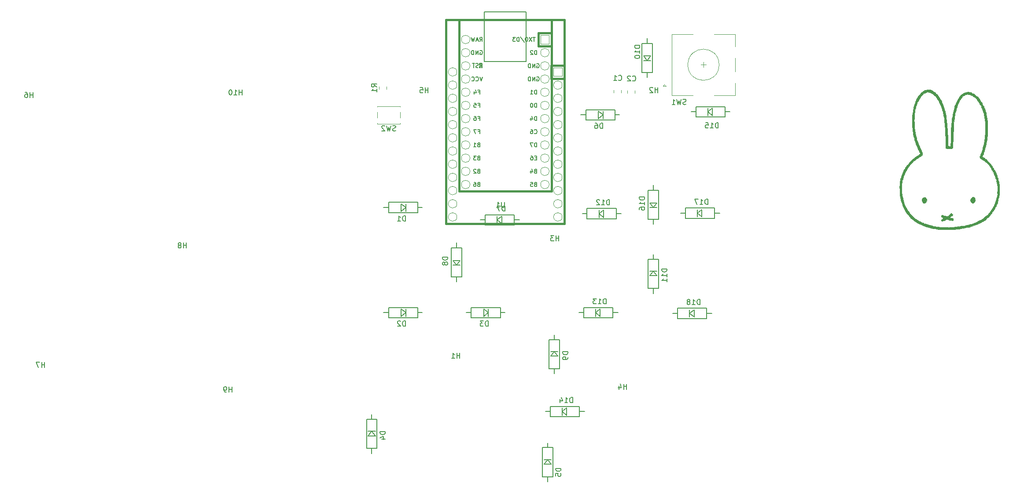
<source format=gbr>
G04 #@! TF.GenerationSoftware,KiCad,Pcbnew,(5.1.7)-1*
G04 #@! TF.CreationDate,2020-12-29T16:41:04-08:00*
G04 #@! TF.ProjectId,dropout,64726f70-6f75-4742-9e6b-696361645f70,rev?*
G04 #@! TF.SameCoordinates,Original*
G04 #@! TF.FileFunction,Legend,Bot*
G04 #@! TF.FilePolarity,Positive*
%FSLAX46Y46*%
G04 Gerber Fmt 4.6, Leading zero omitted, Abs format (unit mm)*
G04 Created by KiCad (PCBNEW (5.1.7)-1) date 2020-12-29 16:41:04*
%MOMM*%
%LPD*%
G01*
G04 APERTURE LIST*
%ADD10C,0.010000*%
%ADD11C,0.150000*%
%ADD12C,0.381000*%
%ADD13C,0.200000*%
%ADD14C,0.120000*%
%ADD15C,0.100000*%
G04 APERTURE END LIST*
D10*
G36*
X246783320Y-64216421D02*
G01*
X246766839Y-64217765D01*
X246450092Y-64259900D01*
X246217522Y-64326169D01*
X246157239Y-64355074D01*
X246021165Y-64441750D01*
X245858557Y-64560714D01*
X245689718Y-64694983D01*
X245534953Y-64827573D01*
X245414566Y-64941502D01*
X245348859Y-65019786D01*
X245342453Y-65036608D01*
X245307218Y-65101781D01*
X245219525Y-65209279D01*
X245136257Y-65297332D01*
X245024132Y-65423193D01*
X244950332Y-65532369D01*
X244933057Y-65582708D01*
X244908444Y-65654078D01*
X244884399Y-65664885D01*
X244827292Y-65707109D01*
X244750875Y-65813092D01*
X244672395Y-65951797D01*
X244609101Y-66092186D01*
X244578238Y-66203222D01*
X244577457Y-66217235D01*
X244549835Y-66347250D01*
X244504612Y-66441372D01*
X244459518Y-66538272D01*
X244396246Y-66709299D01*
X244322246Y-66930266D01*
X244244966Y-67176983D01*
X244171856Y-67425264D01*
X244110366Y-67650920D01*
X244067946Y-67829764D01*
X244055348Y-67900085D01*
X244032241Y-68050779D01*
X243999231Y-68248581D01*
X243975642Y-68382685D01*
X243906680Y-68836438D01*
X243863172Y-69303774D01*
X243843306Y-69813039D01*
X243845269Y-70392578D01*
X243845715Y-70414685D01*
X243858361Y-70918394D01*
X243875422Y-71344433D01*
X243899731Y-71716718D01*
X243934125Y-72059167D01*
X243981437Y-72395697D01*
X244044505Y-72750225D01*
X244126161Y-73146668D01*
X244219075Y-73564285D01*
X244282081Y-73811483D01*
X244356828Y-74060757D01*
X244429564Y-74267126D01*
X244446660Y-74308692D01*
X244507814Y-74462692D01*
X244543213Y-74576027D01*
X244546179Y-74620029D01*
X244555225Y-74673564D01*
X244598763Y-74798948D01*
X244669173Y-74975569D01*
X244731059Y-75120222D01*
X244825581Y-75337514D01*
X244909525Y-75534095D01*
X244971103Y-75682176D01*
X244992333Y-75735985D01*
X245043544Y-75835833D01*
X245090427Y-75875685D01*
X245130078Y-75917357D01*
X245136257Y-75959020D01*
X245158029Y-76052628D01*
X245213025Y-76192483D01*
X245244322Y-76258734D01*
X245352387Y-76475113D01*
X245210609Y-76660993D01*
X245071611Y-76809312D01*
X244915145Y-76925769D01*
X244773031Y-76988256D01*
X244732380Y-76993285D01*
X244655318Y-77024057D01*
X244590157Y-77071859D01*
X244513477Y-77136245D01*
X244379074Y-77245919D01*
X244208864Y-77383078D01*
X244094857Y-77474197D01*
X243824821Y-77698851D01*
X243581722Y-77919233D01*
X243376941Y-78123478D01*
X243221858Y-78299722D01*
X243127856Y-78436099D01*
X243104257Y-78506900D01*
X243064344Y-78562649D01*
X242964781Y-78639138D01*
X242926457Y-78662953D01*
X242813707Y-78749248D01*
X242752384Y-78834646D01*
X242748657Y-78854471D01*
X242716196Y-78958492D01*
X242664268Y-79034334D01*
X242572414Y-79150210D01*
X242524568Y-79222948D01*
X242466175Y-79320900D01*
X242379049Y-79464175D01*
X242327576Y-79547943D01*
X242242534Y-79697046D01*
X242182056Y-79823837D01*
X242166082Y-79871329D01*
X242134730Y-79959897D01*
X242069657Y-80109511D01*
X241983719Y-80290925D01*
X241964864Y-80329043D01*
X241878200Y-80518478D01*
X241814068Y-80688308D01*
X241784266Y-80806588D01*
X241783457Y-80820226D01*
X241760026Y-80959631D01*
X241710504Y-81091268D01*
X241651869Y-81244941D01*
X241589641Y-81469867D01*
X241529854Y-81736156D01*
X241478538Y-82013916D01*
X241441728Y-82273258D01*
X241425454Y-82484290D01*
X241425167Y-82505085D01*
X241423912Y-82993625D01*
X241425126Y-83394045D01*
X241429144Y-83719800D01*
X241436305Y-83984348D01*
X241446945Y-84201144D01*
X241461401Y-84383645D01*
X241475377Y-84509521D01*
X241539699Y-84930962D01*
X241622427Y-85332185D01*
X241716864Y-85683876D01*
X241793976Y-85904044D01*
X241868066Y-86106910D01*
X241940693Y-86336318D01*
X241968412Y-86435958D01*
X242020587Y-86605749D01*
X242076561Y-86742117D01*
X242109304Y-86796199D01*
X242179106Y-86905283D01*
X242221616Y-87000885D01*
X242322941Y-87226949D01*
X242480544Y-87505665D01*
X242680052Y-87816674D01*
X242907090Y-88139616D01*
X243147281Y-88454132D01*
X243386253Y-88739863D01*
X243609628Y-88976450D01*
X243631133Y-88997174D01*
X243780297Y-89126585D01*
X243975964Y-89278157D01*
X244200423Y-89440179D01*
X244435958Y-89600939D01*
X244664856Y-89748727D01*
X244869404Y-89871831D01*
X245031887Y-89958542D01*
X245134592Y-89997147D01*
X245145100Y-89998085D01*
X245217477Y-90022698D01*
X245342533Y-90085832D01*
X245435439Y-90139320D01*
X245718468Y-90285014D01*
X246082373Y-90433469D01*
X246506839Y-90578347D01*
X246971550Y-90713311D01*
X247456192Y-90832023D01*
X247940448Y-90928145D01*
X247992393Y-90936996D01*
X248233098Y-90978862D01*
X248465916Y-91022008D01*
X248651641Y-91059085D01*
X248699163Y-91069472D01*
X248838549Y-91088587D01*
X249062741Y-91104317D01*
X249355005Y-91116607D01*
X249698601Y-91125403D01*
X250076793Y-91130651D01*
X250472842Y-91132296D01*
X250870012Y-91130285D01*
X251251565Y-91124562D01*
X251600763Y-91115074D01*
X251900869Y-91101766D01*
X252135146Y-91084584D01*
X252172057Y-91080742D01*
X252468849Y-91047778D01*
X252698648Y-91021551D01*
X252884402Y-90998416D01*
X253049056Y-90974727D01*
X253215557Y-90946841D01*
X253406851Y-90911112D01*
X253645883Y-90863896D01*
X253955600Y-90801548D01*
X254051657Y-90782184D01*
X254281065Y-90736623D01*
X254506169Y-90693018D01*
X254681582Y-90660149D01*
X254694425Y-90657830D01*
X255025148Y-90579602D01*
X255427699Y-90450185D01*
X255829657Y-90299052D01*
X256023755Y-90225515D01*
X256198235Y-90164989D01*
X256316986Y-90129964D01*
X256321405Y-90128977D01*
X256453632Y-90078772D01*
X256533677Y-90023408D01*
X256616015Y-89961204D01*
X256657140Y-89947285D01*
X256725335Y-89920845D01*
X256839672Y-89854549D01*
X256885780Y-89824251D01*
X257052726Y-89732037D01*
X257248627Y-89651723D01*
X257305950Y-89633751D01*
X257441784Y-89586519D01*
X257523248Y-89540894D01*
X257534498Y-89521067D01*
X257570414Y-89475874D01*
X257674127Y-89404512D01*
X257793442Y-89338117D01*
X257983408Y-89221190D01*
X258079266Y-89111274D01*
X258090731Y-89078535D01*
X258169898Y-88958838D01*
X258333106Y-88859088D01*
X258460691Y-88788218D01*
X258537430Y-88720929D01*
X258547457Y-88696869D01*
X258584486Y-88617031D01*
X258636757Y-88565865D01*
X258736629Y-88474444D01*
X258857060Y-88340485D01*
X258978396Y-88189269D01*
X259080981Y-88046074D01*
X259145161Y-87936177D01*
X259157057Y-87896706D01*
X259196109Y-87810471D01*
X259271357Y-87741002D01*
X259362804Y-87652442D01*
X259465426Y-87512635D01*
X259511596Y-87435031D01*
X259589795Y-87304325D01*
X259653176Y-87220610D01*
X259676696Y-87204085D01*
X259708197Y-87161305D01*
X259715857Y-87099145D01*
X259759476Y-86920110D01*
X259880417Y-86728594D01*
X259921100Y-86682189D01*
X259993280Y-86564557D01*
X260043181Y-86414034D01*
X260044031Y-86409619D01*
X260085434Y-86283856D01*
X260143022Y-86209036D01*
X260150460Y-86205380D01*
X260203840Y-86138776D01*
X260223857Y-86028618D01*
X260244263Y-85875512D01*
X260293439Y-85713502D01*
X260294411Y-85711164D01*
X260335986Y-85556034D01*
X260339946Y-85411878D01*
X260338948Y-85406216D01*
X260348234Y-85257451D01*
X260389181Y-85183004D01*
X260447263Y-85067821D01*
X260500359Y-84869941D01*
X260544065Y-84608269D01*
X260563306Y-84435485D01*
X260578632Y-84279745D01*
X260597350Y-84100538D01*
X260599585Y-84079885D01*
X260612572Y-83922880D01*
X260623383Y-83724867D01*
X260631134Y-83515227D01*
X260634885Y-83326158D01*
X260292631Y-83326158D01*
X260284166Y-83366221D01*
X260264227Y-83446030D01*
X260245541Y-83596721D01*
X260230156Y-83787582D01*
X260220122Y-83987899D01*
X260217490Y-84166957D01*
X260222980Y-84283085D01*
X260221148Y-84436662D01*
X260195157Y-84627786D01*
X260153380Y-84810739D01*
X260104193Y-84939804D01*
X260102017Y-84943485D01*
X260054949Y-85066502D01*
X260029264Y-85216092D01*
X259998891Y-85369919D01*
X259943200Y-85494095D01*
X259883557Y-85631209D01*
X259868257Y-85732214D01*
X259845837Y-85850218D01*
X259788207Y-86013471D01*
X259736783Y-86127171D01*
X259663274Y-86282419D01*
X259611367Y-86406545D01*
X259595488Y-86457914D01*
X259559202Y-86540745D01*
X259483571Y-86654380D01*
X259472963Y-86668104D01*
X259397111Y-86782989D01*
X259360793Y-86874276D01*
X259360258Y-86881824D01*
X259334775Y-86960289D01*
X259271858Y-87078823D01*
X259191799Y-87205544D01*
X259114894Y-87308572D01*
X259061435Y-87356023D01*
X259058116Y-87356485D01*
X259016536Y-87397827D01*
X258955401Y-87500879D01*
X258936179Y-87539547D01*
X258832886Y-87705229D01*
X258667374Y-87913313D01*
X258458484Y-88144950D01*
X258225055Y-88381289D01*
X257985930Y-88603483D01*
X257759948Y-88792681D01*
X257565952Y-88930034D01*
X257519479Y-88956879D01*
X257351690Y-89057184D01*
X257205661Y-89161277D01*
X257140183Y-89219345D01*
X257037672Y-89302799D01*
X256947881Y-89337684D01*
X256947626Y-89337685D01*
X256850139Y-89364427D01*
X256729300Y-89428620D01*
X256533251Y-89554502D01*
X256384766Y-89639798D01*
X256261457Y-89699119D01*
X256130180Y-89759314D01*
X256046247Y-89800351D01*
X255930624Y-89839564D01*
X255879359Y-89845685D01*
X255781109Y-89872254D01*
X255674733Y-89928210D01*
X255557166Y-89982665D01*
X255382180Y-90038846D01*
X255232021Y-90075000D01*
X255036286Y-90118331D01*
X254858194Y-90163825D01*
X254762857Y-90192810D01*
X254578205Y-90248211D01*
X254338365Y-90307171D01*
X254074207Y-90363524D01*
X253816604Y-90411101D01*
X253596429Y-90443736D01*
X253448918Y-90455285D01*
X253249759Y-90473967D01*
X253045101Y-90520002D01*
X253012094Y-90530837D01*
X252839641Y-90575665D01*
X252721607Y-90563969D01*
X252700317Y-90554133D01*
X252587636Y-90530735D01*
X252438656Y-90576321D01*
X252438167Y-90576543D01*
X252306943Y-90613248D01*
X252091855Y-90646117D01*
X251810626Y-90672817D01*
X251613257Y-90685125D01*
X251365010Y-90699489D01*
X251155532Y-90714665D01*
X251004585Y-90728995D01*
X250931933Y-90740822D01*
X250928749Y-90742504D01*
X250867369Y-90747427D01*
X250801749Y-90731760D01*
X250666721Y-90705171D01*
X250571857Y-90699963D01*
X250073783Y-90705487D01*
X249665529Y-90701087D01*
X249335771Y-90686440D01*
X249073185Y-90661225D01*
X249038595Y-90656469D01*
X248826053Y-90626219D01*
X248628011Y-90598530D01*
X248489057Y-90579626D01*
X248191717Y-90536347D01*
X247921395Y-90489345D01*
X247696996Y-90442529D01*
X247537424Y-90399808D01*
X247464471Y-90367774D01*
X247381413Y-90330020D01*
X247231985Y-90287150D01*
X247069420Y-90252502D01*
X246860657Y-90204391D01*
X246660766Y-90141545D01*
X246546977Y-90093726D01*
X246417531Y-90038535D01*
X246324629Y-90018377D01*
X246306722Y-90022209D01*
X246232582Y-90023533D01*
X246126480Y-89987610D01*
X246033937Y-89934301D01*
X245999857Y-89888330D01*
X245956238Y-89856566D01*
X245869468Y-89845685D01*
X245745053Y-89815227D01*
X245602186Y-89739877D01*
X245572573Y-89718685D01*
X245448950Y-89637928D01*
X245347514Y-89594226D01*
X245328813Y-89591685D01*
X245234942Y-89562059D01*
X245130408Y-89496944D01*
X245015165Y-89419614D01*
X244853185Y-89325654D01*
X244752067Y-89272307D01*
X244596983Y-89185985D01*
X244474287Y-89103480D01*
X244428346Y-89062247D01*
X244350134Y-88995992D01*
X244308887Y-88982085D01*
X244247230Y-88945849D01*
X244135061Y-88847699D01*
X243987268Y-88703472D01*
X243818739Y-88529005D01*
X243644363Y-88340136D01*
X243479030Y-88152700D01*
X243337626Y-87982535D01*
X243235042Y-87845479D01*
X243222388Y-87826385D01*
X243126437Y-87687208D01*
X243048125Y-87590711D01*
X243008660Y-87559685D01*
X242968595Y-87517036D01*
X242900986Y-87404355D01*
X242819353Y-87244543D01*
X242806200Y-87216785D01*
X242706111Y-87012302D01*
X242601757Y-86813203D01*
X242520517Y-86670685D01*
X242432426Y-86498759D01*
X242349174Y-86290585D01*
X242316402Y-86188085D01*
X242254479Y-85979818D01*
X242187036Y-85767696D01*
X242157428Y-85680085D01*
X242104260Y-85497715D01*
X242068296Y-85319712D01*
X242062903Y-85273685D01*
X242034044Y-85105769D01*
X241982081Y-84922016D01*
X241971506Y-84892685D01*
X241916669Y-84698163D01*
X241869035Y-84437115D01*
X241830104Y-84132420D01*
X241801376Y-83806958D01*
X241784351Y-83483608D01*
X241780531Y-83185249D01*
X241791415Y-82934760D01*
X241818504Y-82755021D01*
X241829083Y-82720797D01*
X241846635Y-82594180D01*
X241831884Y-82443759D01*
X241824402Y-82273339D01*
X241856727Y-82036992D01*
X241923688Y-81759895D01*
X242020114Y-81467223D01*
X242046474Y-81398950D01*
X242099726Y-81248020D01*
X242128877Y-81131219D01*
X242130703Y-81094150D01*
X242139602Y-80996031D01*
X242180299Y-80848847D01*
X242238557Y-80694100D01*
X242300135Y-80573297D01*
X242317626Y-80549285D01*
X242373808Y-80446031D01*
X242416069Y-80311495D01*
X242461981Y-80179076D01*
X242523323Y-80089374D01*
X242586628Y-79989569D01*
X242596257Y-79935232D01*
X242628143Y-79840371D01*
X242707916Y-79716183D01*
X242741804Y-79674752D01*
X242841932Y-79543619D01*
X242911940Y-79422677D01*
X242922206Y-79396171D01*
X242978251Y-79290044D01*
X243076445Y-79159273D01*
X243114352Y-79116771D01*
X243230859Y-78971612D01*
X243324360Y-78819894D01*
X243340266Y-78785817D01*
X243415241Y-78658123D01*
X243502887Y-78572357D01*
X243507133Y-78569971D01*
X243603090Y-78480937D01*
X243637817Y-78415181D01*
X243703927Y-78321199D01*
X243818359Y-78236400D01*
X243821260Y-78234884D01*
X243946636Y-78140452D01*
X244030871Y-78028166D01*
X244113397Y-77922808D01*
X244245062Y-77821891D01*
X244281925Y-77801356D01*
X244426309Y-77707569D01*
X244540453Y-77599527D01*
X244557157Y-77576831D01*
X244645890Y-77485316D01*
X244732071Y-77450485D01*
X244843280Y-77416190D01*
X244900203Y-77374482D01*
X245008558Y-77293113D01*
X245094332Y-77247432D01*
X245196826Y-77194610D01*
X245350624Y-77105820D01*
X245517257Y-77003511D01*
X245822057Y-76810637D01*
X245804611Y-76584461D01*
X245770888Y-76418409D01*
X245699143Y-76207240D01*
X245608454Y-76002685D01*
X245510269Y-75805259D01*
X245434246Y-75645234D01*
X245362618Y-75483373D01*
X245277615Y-75280442D01*
X245240362Y-75189885D01*
X245173956Y-75040442D01*
X245092716Y-74872843D01*
X245080840Y-74849620D01*
X245018635Y-74705665D01*
X244985520Y-74583313D01*
X244983857Y-74561637D01*
X244961481Y-74444360D01*
X244912057Y-74317701D01*
X244856140Y-74181373D01*
X244789354Y-73984464D01*
X244723524Y-73765430D01*
X244670479Y-73562722D01*
X244649592Y-73464294D01*
X244619998Y-73346282D01*
X244570433Y-73186315D01*
X244550172Y-73127139D01*
X244501765Y-72947268D01*
X244462542Y-72726620D01*
X244447546Y-72590952D01*
X244422116Y-72388786D01*
X244381907Y-72199637D01*
X244350548Y-72102967D01*
X244306547Y-71935833D01*
X244290307Y-71744059D01*
X244291655Y-71704707D01*
X244292478Y-71573700D01*
X244284995Y-71366559D01*
X244270475Y-71108298D01*
X244250184Y-70823932D01*
X244241867Y-70721848D01*
X244221608Y-70452337D01*
X244208590Y-70217601D01*
X244203518Y-70036774D01*
X244207096Y-69928993D01*
X244211943Y-69909048D01*
X244228556Y-69836544D01*
X244243089Y-69689753D01*
X244253112Y-69495988D01*
X244255064Y-69424085D01*
X244269649Y-69092128D01*
X244297956Y-68749856D01*
X244336745Y-68423329D01*
X244382772Y-68138610D01*
X244432797Y-67921761D01*
X244447801Y-67874685D01*
X244503421Y-67685221D01*
X244548566Y-67480441D01*
X244554146Y-67447215D01*
X244601676Y-67260411D01*
X244679168Y-67058891D01*
X244710977Y-66993946D01*
X244776438Y-66845771D01*
X244807711Y-66723091D01*
X244805901Y-66680392D01*
X244819935Y-66585433D01*
X244894051Y-66471815D01*
X244897678Y-66467853D01*
X245001818Y-66326592D01*
X245085144Y-66167476D01*
X245156903Y-66015412D01*
X245246336Y-65861933D01*
X245333708Y-65737904D01*
X245399283Y-65674187D01*
X245401122Y-65673351D01*
X245439069Y-65614909D01*
X245441057Y-65594953D01*
X245475707Y-65530886D01*
X245566331Y-65423206D01*
X245686914Y-65301445D01*
X245818441Y-65169635D01*
X245919282Y-65054431D01*
X245964719Y-64986143D01*
X246022363Y-64914447D01*
X246057763Y-64902884D01*
X246144229Y-64872399D01*
X246199057Y-64834409D01*
X246350251Y-64751877D01*
X246564494Y-64692314D01*
X246804436Y-64663139D01*
X247023901Y-64670557D01*
X247192834Y-64706747D01*
X247386929Y-64768903D01*
X247582014Y-64846421D01*
X247753921Y-64928694D01*
X247878478Y-65005119D01*
X247931515Y-65065090D01*
X247931948Y-65068975D01*
X247974524Y-65174069D01*
X248076204Y-65290730D01*
X248205066Y-65385399D01*
X248255344Y-65408940D01*
X248352135Y-65467771D01*
X248387457Y-65527772D01*
X248421874Y-65606943D01*
X248505616Y-65707212D01*
X248514457Y-65715685D01*
X248602590Y-65831637D01*
X248641372Y-65948293D01*
X248641457Y-65952709D01*
X248682572Y-66070553D01*
X248747769Y-66134354D01*
X248821850Y-66211394D01*
X248914315Y-66352227D01*
X249005280Y-66526527D01*
X249006183Y-66528485D01*
X249106632Y-66741505D01*
X249213248Y-66959861D01*
X249287764Y-67106822D01*
X249370413Y-67280218D01*
X249436434Y-67444960D01*
X249457850Y-67513222D01*
X249493261Y-67652649D01*
X249540361Y-67839860D01*
X249571114Y-67962833D01*
X249622592Y-68136708D01*
X249678927Y-68278671D01*
X249714114Y-68339078D01*
X249768273Y-68450845D01*
X249793510Y-68581129D01*
X249820465Y-68941933D01*
X249853962Y-69202529D01*
X249893929Y-69362445D01*
X249917558Y-69406035D01*
X249958206Y-69499630D01*
X249988780Y-69649001D01*
X249995965Y-69718891D01*
X250008912Y-69903911D01*
X250024746Y-70131348D01*
X250035778Y-70290449D01*
X250055233Y-70485257D01*
X250082567Y-70655844D01*
X250107068Y-70750322D01*
X250128559Y-70890732D01*
X250109316Y-70959434D01*
X250092124Y-71081228D01*
X250118214Y-71185361D01*
X250137894Y-71283205D01*
X250157347Y-71462283D01*
X250174991Y-71702239D01*
X250189248Y-71982716D01*
X250196378Y-72192685D01*
X250206585Y-72545891D01*
X250218753Y-72927004D01*
X250231586Y-73297548D01*
X250243782Y-73619049D01*
X250247823Y-73716685D01*
X250264464Y-74187130D01*
X250270025Y-74566880D01*
X250264439Y-74866241D01*
X250247638Y-75095520D01*
X250238305Y-75166370D01*
X250238501Y-75329844D01*
X250302519Y-75445770D01*
X250378106Y-75493939D01*
X250507949Y-75525114D01*
X250703505Y-75540145D01*
X250976234Y-75539879D01*
X251337594Y-75525165D01*
X251359257Y-75524008D01*
X251447160Y-75514861D01*
X251514244Y-75489775D01*
X251563848Y-75436196D01*
X251599308Y-75341572D01*
X251623964Y-75193349D01*
X251641153Y-74978974D01*
X251654212Y-74685893D01*
X251664208Y-74377085D01*
X251675139Y-74047358D01*
X251688395Y-73695340D01*
X251702391Y-73360757D01*
X251715540Y-73083337D01*
X251716958Y-73056285D01*
X251729852Y-72783871D01*
X251743215Y-72451298D01*
X251755496Y-72099986D01*
X251765147Y-71771354D01*
X251765415Y-71760885D01*
X251780175Y-71287704D01*
X251798498Y-70876915D01*
X251819802Y-70536269D01*
X251843501Y-70273514D01*
X251869011Y-70096401D01*
X251895749Y-70012680D01*
X251897352Y-70010824D01*
X251920784Y-69938456D01*
X251937382Y-69795862D01*
X251943457Y-69620123D01*
X251950967Y-69442209D01*
X251970637Y-69306893D01*
X251997721Y-69244144D01*
X252033602Y-69174235D01*
X252028989Y-69150685D01*
X252026222Y-69064561D01*
X252046392Y-68909703D01*
X252083639Y-68714811D01*
X252132102Y-68508582D01*
X252185920Y-68319717D01*
X252216955Y-68230285D01*
X252266714Y-68079100D01*
X252294755Y-67953542D01*
X252296828Y-67929485D01*
X252331759Y-67812614D01*
X252375440Y-67747483D01*
X252428475Y-67644816D01*
X252466722Y-67492764D01*
X252472782Y-67445481D01*
X252497951Y-67297679D01*
X252535528Y-67191413D01*
X252548799Y-67172823D01*
X252598308Y-67075627D01*
X252603857Y-67033175D01*
X252633161Y-66932629D01*
X252695582Y-66827435D01*
X252769626Y-66700822D01*
X252840761Y-66535132D01*
X252856808Y-66488279D01*
X252924845Y-66324027D01*
X253008636Y-66183618D01*
X253031783Y-66155361D01*
X253137602Y-66019401D01*
X253209342Y-65903466D01*
X253272625Y-65806756D01*
X253323611Y-65766485D01*
X253323642Y-65766484D01*
X253361130Y-65725217D01*
X253365857Y-65690285D01*
X253393288Y-65622681D01*
X253416657Y-65614085D01*
X253462551Y-65573307D01*
X253467457Y-65542854D01*
X253510646Y-65479302D01*
X253615832Y-65420100D01*
X253627883Y-65415699D01*
X253762935Y-65345805D01*
X253859364Y-65258329D01*
X253962628Y-65178111D01*
X254051231Y-65156885D01*
X254194997Y-65138190D01*
X254301523Y-65107656D01*
X254443877Y-65087478D01*
X254642486Y-65100410D01*
X254859750Y-65140669D01*
X255058064Y-65202467D01*
X255129846Y-65235104D01*
X255258869Y-65288317D01*
X255358586Y-65308972D01*
X255447727Y-65348561D01*
X255529529Y-65436284D01*
X255639024Y-65537686D01*
X255733263Y-65563284D01*
X255843071Y-65601107D01*
X255953538Y-65723038D01*
X255979942Y-65763133D01*
X256072778Y-65893596D01*
X256158343Y-65987341D01*
X256184365Y-66006780D01*
X256249318Y-66069694D01*
X256348370Y-66195155D01*
X256466198Y-66360091D01*
X256587476Y-66541429D01*
X256696878Y-66716097D01*
X256779081Y-66861021D01*
X256818757Y-66953128D01*
X256820257Y-66964150D01*
X256854341Y-67045082D01*
X256939400Y-67154545D01*
X256972657Y-67188884D01*
X257095372Y-67356118D01*
X257125057Y-67484099D01*
X257160836Y-67628531D01*
X257226657Y-67722284D01*
X257303997Y-67842278D01*
X257328257Y-67955760D01*
X257344754Y-68070113D01*
X257379057Y-68128684D01*
X257411651Y-68195352D01*
X257428992Y-68321496D01*
X257429858Y-68358495D01*
X257449262Y-68515482D01*
X257513532Y-68601063D01*
X257525596Y-68608147D01*
X257586600Y-68666753D01*
X257615488Y-68775614D01*
X257621334Y-68915167D01*
X257632871Y-69078617D01*
X257662199Y-69206066D01*
X257682048Y-69244104D01*
X257714225Y-69327931D01*
X257743585Y-69482362D01*
X257764493Y-69676444D01*
X257766670Y-69708996D01*
X257784932Y-69911232D01*
X257811060Y-70083335D01*
X257839811Y-70191861D01*
X257843617Y-70199836D01*
X257861239Y-70282694D01*
X257876531Y-70449732D01*
X257889278Y-70683552D01*
X257899264Y-70966754D01*
X257906273Y-71281941D01*
X257910089Y-71611715D01*
X257910497Y-71938676D01*
X257907280Y-72245427D01*
X257900223Y-72514570D01*
X257889111Y-72728705D01*
X257876522Y-72853085D01*
X257848041Y-73077478D01*
X257822016Y-73335409D01*
X257808787Y-73503504D01*
X257789045Y-73696490D01*
X257759774Y-73860651D01*
X257729881Y-73954210D01*
X257697193Y-74083044D01*
X257701993Y-74201060D01*
X257700663Y-74335785D01*
X257663408Y-74398376D01*
X257618384Y-74488196D01*
X257617497Y-74567907D01*
X257610916Y-74670430D01*
X257573851Y-74833230D01*
X257514132Y-75022488D01*
X257508790Y-75037264D01*
X257444040Y-75235722D01*
X257397541Y-75418461D01*
X257379076Y-75546856D01*
X257379058Y-75549574D01*
X257357332Y-75718069D01*
X257299637Y-75942278D01*
X257217190Y-76187939D01*
X257121212Y-76420789D01*
X257044725Y-76570530D01*
X256971698Y-76711704D01*
X256927687Y-76825777D01*
X256921857Y-76859002D01*
X256888248Y-76954248D01*
X256840564Y-77016521D01*
X256790966Y-77080206D01*
X256790801Y-77150144D01*
X256839627Y-77267151D01*
X256891446Y-77368547D01*
X256947395Y-77445624D01*
X257027742Y-77514983D01*
X257152758Y-77593224D01*
X257342711Y-77696946D01*
X257404457Y-77729723D01*
X257601741Y-77845627D01*
X257785182Y-77972777D01*
X257916905Y-78084783D01*
X257922568Y-78090690D01*
X258031634Y-78193771D01*
X258120109Y-78255479D01*
X258145342Y-78263285D01*
X258212279Y-78296991D01*
X258307363Y-78376241D01*
X258396144Y-78468230D01*
X258444173Y-78540151D01*
X258445858Y-78549452D01*
X258475458Y-78600411D01*
X258551724Y-78703265D01*
X258623658Y-78793367D01*
X258722201Y-78922132D01*
X258786766Y-79022811D01*
X258801457Y-79060743D01*
X258835675Y-79129347D01*
X258903057Y-79203085D01*
X258979644Y-79298013D01*
X259004657Y-79369352D01*
X259036231Y-79450473D01*
X259115737Y-79567392D01*
X259157057Y-79617246D01*
X259250383Y-79744585D01*
X259304227Y-79858804D01*
X259309457Y-79890652D01*
X259327630Y-79972287D01*
X259352103Y-79990485D01*
X259403408Y-80033329D01*
X259459566Y-80135489D01*
X259502053Y-80257408D01*
X259513787Y-80335775D01*
X259544532Y-80435800D01*
X259614257Y-80549285D01*
X259686269Y-80675314D01*
X259714728Y-80787586D01*
X259733453Y-80888031D01*
X259759689Y-80925978D01*
X259797466Y-80987260D01*
X259844563Y-81112936D01*
X259869014Y-81195676D01*
X259922066Y-81356583D01*
X259981060Y-81484978D01*
X260005449Y-81521211D01*
X260052328Y-81649423D01*
X260042852Y-81737770D01*
X260039581Y-81875398D01*
X260071591Y-81946446D01*
X260108860Y-82038245D01*
X260135271Y-82189796D01*
X260142215Y-82288686D01*
X260154756Y-82454137D01*
X260177604Y-82582601D01*
X260193345Y-82624462D01*
X260223694Y-82713265D01*
X260253014Y-82862280D01*
X260277088Y-83037063D01*
X260291700Y-83203171D01*
X260292631Y-83326158D01*
X260634885Y-83326158D01*
X260634941Y-83323342D01*
X260633921Y-83178593D01*
X260628626Y-83114685D01*
X260617717Y-83034559D01*
X260606275Y-82899185D01*
X260603774Y-82860685D01*
X260576949Y-82565062D01*
X260534703Y-82268418D01*
X260482485Y-82001650D01*
X260425742Y-81795656D01*
X260407511Y-81747603D01*
X260361146Y-81602126D01*
X260348132Y-81482902D01*
X260352271Y-81459232D01*
X260350519Y-81358110D01*
X260311060Y-81216920D01*
X260293910Y-81175313D01*
X260217894Y-80988757D01*
X260148963Y-80794330D01*
X260143758Y-80777885D01*
X260018622Y-80408130D01*
X259892249Y-80093815D01*
X259771188Y-79849691D01*
X259661983Y-79690512D01*
X259660582Y-79688970D01*
X259568954Y-79574659D01*
X259517048Y-79482773D01*
X259512657Y-79462346D01*
X259477440Y-79390038D01*
X259389722Y-79289542D01*
X259357686Y-79259598D01*
X259249888Y-79136841D01*
X259230606Y-79034824D01*
X259233127Y-79025695D01*
X259222380Y-78924776D01*
X259165320Y-78877307D01*
X259080552Y-78800237D01*
X258989323Y-78672338D01*
X258965081Y-78629013D01*
X258888103Y-78512035D01*
X258764022Y-78356702D01*
X258608871Y-78179672D01*
X258438682Y-77997602D01*
X258269488Y-77827150D01*
X258117322Y-77684975D01*
X257998218Y-77587735D01*
X257928569Y-77552085D01*
X257844107Y-77512947D01*
X257767253Y-77428937D01*
X257667123Y-77324383D01*
X257570911Y-77270529D01*
X257444335Y-77212537D01*
X257345645Y-77134765D01*
X257302142Y-77061315D01*
X257306935Y-77037486D01*
X257337562Y-76955901D01*
X257355944Y-76879175D01*
X257410596Y-76758641D01*
X257464199Y-76701312D01*
X257529493Y-76600633D01*
X257557503Y-76447312D01*
X257583963Y-76288382D01*
X257643465Y-76097849D01*
X257683302Y-76002685D01*
X257753435Y-75828594D01*
X257800888Y-75665467D01*
X257811741Y-75596285D01*
X257839097Y-75450042D01*
X257894767Y-75279530D01*
X257910481Y-75241913D01*
X257960512Y-75094714D01*
X258012856Y-74886459D01*
X258057773Y-74656977D01*
X258065795Y-74606913D01*
X258099406Y-74400327D01*
X258131283Y-74227226D01*
X258156023Y-74116255D01*
X258161881Y-74097685D01*
X258182134Y-74007251D01*
X258207624Y-73835220D01*
X258236127Y-73601320D01*
X258265419Y-73325278D01*
X258293279Y-73026822D01*
X258317483Y-72725682D01*
X258319294Y-72700685D01*
X258331083Y-72484089D01*
X258339619Y-72221016D01*
X258344957Y-71929984D01*
X258347154Y-71629513D01*
X258346265Y-71338123D01*
X258342346Y-71074333D01*
X258335454Y-70856663D01*
X258325643Y-70703632D01*
X258313059Y-70633902D01*
X258296642Y-70558680D01*
X258285194Y-70411702D01*
X258280892Y-70222771D01*
X258280983Y-70194821D01*
X258270473Y-69927912D01*
X258233936Y-69750559D01*
X258206041Y-69693495D01*
X258152146Y-69528292D01*
X258157704Y-69429751D01*
X258153165Y-69270436D01*
X258114751Y-69189045D01*
X258068727Y-69079002D01*
X258042938Y-68922271D01*
X258041073Y-68875462D01*
X258022190Y-68699412D01*
X257977522Y-68540272D01*
X257965131Y-68513308D01*
X257904412Y-68354776D01*
X257869667Y-68198331D01*
X257830591Y-68005057D01*
X257770314Y-67839713D01*
X257701611Y-67735450D01*
X257686991Y-67724221D01*
X257644972Y-67652428D01*
X257633057Y-67568654D01*
X257600432Y-67456134D01*
X257518585Y-67319899D01*
X257480658Y-67272846D01*
X257387018Y-67142630D01*
X257333277Y-67022251D01*
X257328257Y-66988338D01*
X257284798Y-66802897D01*
X257172885Y-66636982D01*
X257116996Y-66589104D01*
X257042080Y-66508450D01*
X257023458Y-66454509D01*
X256993824Y-66370285D01*
X256915650Y-66231675D01*
X256805029Y-66062684D01*
X256678053Y-65887320D01*
X256550813Y-65729586D01*
X256498831Y-65671891D01*
X256338441Y-65515030D01*
X256152265Y-65353004D01*
X255960197Y-65200834D01*
X255782133Y-65073543D01*
X255637970Y-64986153D01*
X255547603Y-64953684D01*
X255436517Y-64921951D01*
X255308479Y-64844216D01*
X255291931Y-64830839D01*
X255135413Y-64746330D01*
X254917072Y-64686452D01*
X254674831Y-64656511D01*
X254446615Y-64661816D01*
X254305604Y-64692787D01*
X254157816Y-64733970D01*
X254033563Y-64750485D01*
X253878381Y-64789742D01*
X253677058Y-64909376D01*
X253478390Y-65065752D01*
X253358306Y-65154056D01*
X253259215Y-65203715D01*
X253237090Y-65207684D01*
X253170814Y-65245910D01*
X253162657Y-65277664D01*
X253126814Y-65366558D01*
X253085936Y-65411318D01*
X253011630Y-65495029D01*
X252902813Y-65644401D01*
X252774491Y-65836380D01*
X252641671Y-66047910D01*
X252519361Y-66255935D01*
X252437712Y-66407186D01*
X252368216Y-66559660D01*
X252280161Y-66775572D01*
X252183671Y-67027352D01*
X252088870Y-67287430D01*
X252005882Y-67528237D01*
X251944831Y-67722203D01*
X251920540Y-67815489D01*
X251893488Y-67925179D01*
X251849086Y-68088735D01*
X251816001Y-68204885D01*
X251759978Y-68423807D01*
X251707925Y-68669514D01*
X251686941Y-68789085D01*
X251650022Y-69010160D01*
X251608536Y-69238514D01*
X251587089Y-69347885D01*
X251541168Y-69601893D01*
X251493590Y-69914098D01*
X251450348Y-70241384D01*
X251417437Y-70540636D01*
X251410525Y-70617885D01*
X251390184Y-70819014D01*
X251364586Y-71018188D01*
X251355808Y-71075085D01*
X251345905Y-71182454D01*
X251336172Y-71374528D01*
X251327137Y-71634413D01*
X251319328Y-71945213D01*
X251313275Y-72290033D01*
X251310545Y-72522885D01*
X251305780Y-72875789D01*
X251298650Y-73201049D01*
X251289720Y-73482869D01*
X251279554Y-73705449D01*
X251268717Y-73852992D01*
X251261238Y-73902453D01*
X251252330Y-74049240D01*
X251278875Y-74140670D01*
X251305502Y-74232789D01*
X251288758Y-74271961D01*
X251265081Y-74333400D01*
X251246904Y-74467230D01*
X251238267Y-74641084D01*
X251223592Y-74873710D01*
X251181597Y-75019455D01*
X251102705Y-75091477D01*
X250977338Y-75102933D01*
X250909326Y-75093000D01*
X250771700Y-75043880D01*
X250710951Y-74972220D01*
X250705144Y-74895667D01*
X250700423Y-74735054D01*
X250697048Y-74507916D01*
X250695278Y-74231788D01*
X250695372Y-73924205D01*
X250695388Y-73919885D01*
X250694709Y-73617126D01*
X250690751Y-73350450D01*
X250684028Y-73136037D01*
X250675055Y-72990064D01*
X250664349Y-72928708D01*
X250663785Y-72928158D01*
X250649644Y-72870557D01*
X250634497Y-72730123D01*
X250619841Y-72525590D01*
X250607171Y-72275694D01*
X250602957Y-72166158D01*
X250587028Y-71803203D01*
X250564932Y-71429009D01*
X250538386Y-71064164D01*
X250509105Y-70729254D01*
X250478806Y-70444865D01*
X250449204Y-70231585D01*
X250435785Y-70160685D01*
X250411773Y-70010695D01*
X250393577Y-69827069D01*
X250390661Y-69779685D01*
X250368521Y-69514181D01*
X250330041Y-69218587D01*
X250279961Y-68918064D01*
X250223017Y-68637770D01*
X250163948Y-68402864D01*
X250107491Y-68238506D01*
X250095870Y-68214273D01*
X250049430Y-68096865D01*
X249995050Y-67917539D01*
X249944148Y-67714116D01*
X249942005Y-67704473D01*
X249874689Y-67461157D01*
X249779270Y-67189946D01*
X249682308Y-66962543D01*
X249599267Y-66783820D01*
X249537062Y-66638377D01*
X249506492Y-66551815D01*
X249505057Y-66542252D01*
X249479481Y-66471493D01*
X249410355Y-66335182D01*
X249309087Y-66153223D01*
X249187084Y-65945517D01*
X249055752Y-65731967D01*
X248926500Y-65532476D01*
X248925236Y-65530590D01*
X248833479Y-65390174D01*
X248756397Y-65267265D01*
X248663303Y-65160742D01*
X248532216Y-65059273D01*
X248518744Y-65051082D01*
X248392024Y-64952745D01*
X248302850Y-64842552D01*
X248296979Y-64830808D01*
X248210712Y-64722668D01*
X248123854Y-64671630D01*
X248001485Y-64606613D01*
X247901049Y-64521801D01*
X247796709Y-64443120D01*
X247635167Y-64355790D01*
X247494649Y-64295738D01*
X247325016Y-64238413D01*
X247176384Y-64208921D01*
X247009052Y-64203008D01*
X246783320Y-64216421D01*
G37*
X246783320Y-64216421D02*
X246766839Y-64217765D01*
X246450092Y-64259900D01*
X246217522Y-64326169D01*
X246157239Y-64355074D01*
X246021165Y-64441750D01*
X245858557Y-64560714D01*
X245689718Y-64694983D01*
X245534953Y-64827573D01*
X245414566Y-64941502D01*
X245348859Y-65019786D01*
X245342453Y-65036608D01*
X245307218Y-65101781D01*
X245219525Y-65209279D01*
X245136257Y-65297332D01*
X245024132Y-65423193D01*
X244950332Y-65532369D01*
X244933057Y-65582708D01*
X244908444Y-65654078D01*
X244884399Y-65664885D01*
X244827292Y-65707109D01*
X244750875Y-65813092D01*
X244672395Y-65951797D01*
X244609101Y-66092186D01*
X244578238Y-66203222D01*
X244577457Y-66217235D01*
X244549835Y-66347250D01*
X244504612Y-66441372D01*
X244459518Y-66538272D01*
X244396246Y-66709299D01*
X244322246Y-66930266D01*
X244244966Y-67176983D01*
X244171856Y-67425264D01*
X244110366Y-67650920D01*
X244067946Y-67829764D01*
X244055348Y-67900085D01*
X244032241Y-68050779D01*
X243999231Y-68248581D01*
X243975642Y-68382685D01*
X243906680Y-68836438D01*
X243863172Y-69303774D01*
X243843306Y-69813039D01*
X243845269Y-70392578D01*
X243845715Y-70414685D01*
X243858361Y-70918394D01*
X243875422Y-71344433D01*
X243899731Y-71716718D01*
X243934125Y-72059167D01*
X243981437Y-72395697D01*
X244044505Y-72750225D01*
X244126161Y-73146668D01*
X244219075Y-73564285D01*
X244282081Y-73811483D01*
X244356828Y-74060757D01*
X244429564Y-74267126D01*
X244446660Y-74308692D01*
X244507814Y-74462692D01*
X244543213Y-74576027D01*
X244546179Y-74620029D01*
X244555225Y-74673564D01*
X244598763Y-74798948D01*
X244669173Y-74975569D01*
X244731059Y-75120222D01*
X244825581Y-75337514D01*
X244909525Y-75534095D01*
X244971103Y-75682176D01*
X244992333Y-75735985D01*
X245043544Y-75835833D01*
X245090427Y-75875685D01*
X245130078Y-75917357D01*
X245136257Y-75959020D01*
X245158029Y-76052628D01*
X245213025Y-76192483D01*
X245244322Y-76258734D01*
X245352387Y-76475113D01*
X245210609Y-76660993D01*
X245071611Y-76809312D01*
X244915145Y-76925769D01*
X244773031Y-76988256D01*
X244732380Y-76993285D01*
X244655318Y-77024057D01*
X244590157Y-77071859D01*
X244513477Y-77136245D01*
X244379074Y-77245919D01*
X244208864Y-77383078D01*
X244094857Y-77474197D01*
X243824821Y-77698851D01*
X243581722Y-77919233D01*
X243376941Y-78123478D01*
X243221858Y-78299722D01*
X243127856Y-78436099D01*
X243104257Y-78506900D01*
X243064344Y-78562649D01*
X242964781Y-78639138D01*
X242926457Y-78662953D01*
X242813707Y-78749248D01*
X242752384Y-78834646D01*
X242748657Y-78854471D01*
X242716196Y-78958492D01*
X242664268Y-79034334D01*
X242572414Y-79150210D01*
X242524568Y-79222948D01*
X242466175Y-79320900D01*
X242379049Y-79464175D01*
X242327576Y-79547943D01*
X242242534Y-79697046D01*
X242182056Y-79823837D01*
X242166082Y-79871329D01*
X242134730Y-79959897D01*
X242069657Y-80109511D01*
X241983719Y-80290925D01*
X241964864Y-80329043D01*
X241878200Y-80518478D01*
X241814068Y-80688308D01*
X241784266Y-80806588D01*
X241783457Y-80820226D01*
X241760026Y-80959631D01*
X241710504Y-81091268D01*
X241651869Y-81244941D01*
X241589641Y-81469867D01*
X241529854Y-81736156D01*
X241478538Y-82013916D01*
X241441728Y-82273258D01*
X241425454Y-82484290D01*
X241425167Y-82505085D01*
X241423912Y-82993625D01*
X241425126Y-83394045D01*
X241429144Y-83719800D01*
X241436305Y-83984348D01*
X241446945Y-84201144D01*
X241461401Y-84383645D01*
X241475377Y-84509521D01*
X241539699Y-84930962D01*
X241622427Y-85332185D01*
X241716864Y-85683876D01*
X241793976Y-85904044D01*
X241868066Y-86106910D01*
X241940693Y-86336318D01*
X241968412Y-86435958D01*
X242020587Y-86605749D01*
X242076561Y-86742117D01*
X242109304Y-86796199D01*
X242179106Y-86905283D01*
X242221616Y-87000885D01*
X242322941Y-87226949D01*
X242480544Y-87505665D01*
X242680052Y-87816674D01*
X242907090Y-88139616D01*
X243147281Y-88454132D01*
X243386253Y-88739863D01*
X243609628Y-88976450D01*
X243631133Y-88997174D01*
X243780297Y-89126585D01*
X243975964Y-89278157D01*
X244200423Y-89440179D01*
X244435958Y-89600939D01*
X244664856Y-89748727D01*
X244869404Y-89871831D01*
X245031887Y-89958542D01*
X245134592Y-89997147D01*
X245145100Y-89998085D01*
X245217477Y-90022698D01*
X245342533Y-90085832D01*
X245435439Y-90139320D01*
X245718468Y-90285014D01*
X246082373Y-90433469D01*
X246506839Y-90578347D01*
X246971550Y-90713311D01*
X247456192Y-90832023D01*
X247940448Y-90928145D01*
X247992393Y-90936996D01*
X248233098Y-90978862D01*
X248465916Y-91022008D01*
X248651641Y-91059085D01*
X248699163Y-91069472D01*
X248838549Y-91088587D01*
X249062741Y-91104317D01*
X249355005Y-91116607D01*
X249698601Y-91125403D01*
X250076793Y-91130651D01*
X250472842Y-91132296D01*
X250870012Y-91130285D01*
X251251565Y-91124562D01*
X251600763Y-91115074D01*
X251900869Y-91101766D01*
X252135146Y-91084584D01*
X252172057Y-91080742D01*
X252468849Y-91047778D01*
X252698648Y-91021551D01*
X252884402Y-90998416D01*
X253049056Y-90974727D01*
X253215557Y-90946841D01*
X253406851Y-90911112D01*
X253645883Y-90863896D01*
X253955600Y-90801548D01*
X254051657Y-90782184D01*
X254281065Y-90736623D01*
X254506169Y-90693018D01*
X254681582Y-90660149D01*
X254694425Y-90657830D01*
X255025148Y-90579602D01*
X255427699Y-90450185D01*
X255829657Y-90299052D01*
X256023755Y-90225515D01*
X256198235Y-90164989D01*
X256316986Y-90129964D01*
X256321405Y-90128977D01*
X256453632Y-90078772D01*
X256533677Y-90023408D01*
X256616015Y-89961204D01*
X256657140Y-89947285D01*
X256725335Y-89920845D01*
X256839672Y-89854549D01*
X256885780Y-89824251D01*
X257052726Y-89732037D01*
X257248627Y-89651723D01*
X257305950Y-89633751D01*
X257441784Y-89586519D01*
X257523248Y-89540894D01*
X257534498Y-89521067D01*
X257570414Y-89475874D01*
X257674127Y-89404512D01*
X257793442Y-89338117D01*
X257983408Y-89221190D01*
X258079266Y-89111274D01*
X258090731Y-89078535D01*
X258169898Y-88958838D01*
X258333106Y-88859088D01*
X258460691Y-88788218D01*
X258537430Y-88720929D01*
X258547457Y-88696869D01*
X258584486Y-88617031D01*
X258636757Y-88565865D01*
X258736629Y-88474444D01*
X258857060Y-88340485D01*
X258978396Y-88189269D01*
X259080981Y-88046074D01*
X259145161Y-87936177D01*
X259157057Y-87896706D01*
X259196109Y-87810471D01*
X259271357Y-87741002D01*
X259362804Y-87652442D01*
X259465426Y-87512635D01*
X259511596Y-87435031D01*
X259589795Y-87304325D01*
X259653176Y-87220610D01*
X259676696Y-87204085D01*
X259708197Y-87161305D01*
X259715857Y-87099145D01*
X259759476Y-86920110D01*
X259880417Y-86728594D01*
X259921100Y-86682189D01*
X259993280Y-86564557D01*
X260043181Y-86414034D01*
X260044031Y-86409619D01*
X260085434Y-86283856D01*
X260143022Y-86209036D01*
X260150460Y-86205380D01*
X260203840Y-86138776D01*
X260223857Y-86028618D01*
X260244263Y-85875512D01*
X260293439Y-85713502D01*
X260294411Y-85711164D01*
X260335986Y-85556034D01*
X260339946Y-85411878D01*
X260338948Y-85406216D01*
X260348234Y-85257451D01*
X260389181Y-85183004D01*
X260447263Y-85067821D01*
X260500359Y-84869941D01*
X260544065Y-84608269D01*
X260563306Y-84435485D01*
X260578632Y-84279745D01*
X260597350Y-84100538D01*
X260599585Y-84079885D01*
X260612572Y-83922880D01*
X260623383Y-83724867D01*
X260631134Y-83515227D01*
X260634885Y-83326158D01*
X260292631Y-83326158D01*
X260284166Y-83366221D01*
X260264227Y-83446030D01*
X260245541Y-83596721D01*
X260230156Y-83787582D01*
X260220122Y-83987899D01*
X260217490Y-84166957D01*
X260222980Y-84283085D01*
X260221148Y-84436662D01*
X260195157Y-84627786D01*
X260153380Y-84810739D01*
X260104193Y-84939804D01*
X260102017Y-84943485D01*
X260054949Y-85066502D01*
X260029264Y-85216092D01*
X259998891Y-85369919D01*
X259943200Y-85494095D01*
X259883557Y-85631209D01*
X259868257Y-85732214D01*
X259845837Y-85850218D01*
X259788207Y-86013471D01*
X259736783Y-86127171D01*
X259663274Y-86282419D01*
X259611367Y-86406545D01*
X259595488Y-86457914D01*
X259559202Y-86540745D01*
X259483571Y-86654380D01*
X259472963Y-86668104D01*
X259397111Y-86782989D01*
X259360793Y-86874276D01*
X259360258Y-86881824D01*
X259334775Y-86960289D01*
X259271858Y-87078823D01*
X259191799Y-87205544D01*
X259114894Y-87308572D01*
X259061435Y-87356023D01*
X259058116Y-87356485D01*
X259016536Y-87397827D01*
X258955401Y-87500879D01*
X258936179Y-87539547D01*
X258832886Y-87705229D01*
X258667374Y-87913313D01*
X258458484Y-88144950D01*
X258225055Y-88381289D01*
X257985930Y-88603483D01*
X257759948Y-88792681D01*
X257565952Y-88930034D01*
X257519479Y-88956879D01*
X257351690Y-89057184D01*
X257205661Y-89161277D01*
X257140183Y-89219345D01*
X257037672Y-89302799D01*
X256947881Y-89337684D01*
X256947626Y-89337685D01*
X256850139Y-89364427D01*
X256729300Y-89428620D01*
X256533251Y-89554502D01*
X256384766Y-89639798D01*
X256261457Y-89699119D01*
X256130180Y-89759314D01*
X256046247Y-89800351D01*
X255930624Y-89839564D01*
X255879359Y-89845685D01*
X255781109Y-89872254D01*
X255674733Y-89928210D01*
X255557166Y-89982665D01*
X255382180Y-90038846D01*
X255232021Y-90075000D01*
X255036286Y-90118331D01*
X254858194Y-90163825D01*
X254762857Y-90192810D01*
X254578205Y-90248211D01*
X254338365Y-90307171D01*
X254074207Y-90363524D01*
X253816604Y-90411101D01*
X253596429Y-90443736D01*
X253448918Y-90455285D01*
X253249759Y-90473967D01*
X253045101Y-90520002D01*
X253012094Y-90530837D01*
X252839641Y-90575665D01*
X252721607Y-90563969D01*
X252700317Y-90554133D01*
X252587636Y-90530735D01*
X252438656Y-90576321D01*
X252438167Y-90576543D01*
X252306943Y-90613248D01*
X252091855Y-90646117D01*
X251810626Y-90672817D01*
X251613257Y-90685125D01*
X251365010Y-90699489D01*
X251155532Y-90714665D01*
X251004585Y-90728995D01*
X250931933Y-90740822D01*
X250928749Y-90742504D01*
X250867369Y-90747427D01*
X250801749Y-90731760D01*
X250666721Y-90705171D01*
X250571857Y-90699963D01*
X250073783Y-90705487D01*
X249665529Y-90701087D01*
X249335771Y-90686440D01*
X249073185Y-90661225D01*
X249038595Y-90656469D01*
X248826053Y-90626219D01*
X248628011Y-90598530D01*
X248489057Y-90579626D01*
X248191717Y-90536347D01*
X247921395Y-90489345D01*
X247696996Y-90442529D01*
X247537424Y-90399808D01*
X247464471Y-90367774D01*
X247381413Y-90330020D01*
X247231985Y-90287150D01*
X247069420Y-90252502D01*
X246860657Y-90204391D01*
X246660766Y-90141545D01*
X246546977Y-90093726D01*
X246417531Y-90038535D01*
X246324629Y-90018377D01*
X246306722Y-90022209D01*
X246232582Y-90023533D01*
X246126480Y-89987610D01*
X246033937Y-89934301D01*
X245999857Y-89888330D01*
X245956238Y-89856566D01*
X245869468Y-89845685D01*
X245745053Y-89815227D01*
X245602186Y-89739877D01*
X245572573Y-89718685D01*
X245448950Y-89637928D01*
X245347514Y-89594226D01*
X245328813Y-89591685D01*
X245234942Y-89562059D01*
X245130408Y-89496944D01*
X245015165Y-89419614D01*
X244853185Y-89325654D01*
X244752067Y-89272307D01*
X244596983Y-89185985D01*
X244474287Y-89103480D01*
X244428346Y-89062247D01*
X244350134Y-88995992D01*
X244308887Y-88982085D01*
X244247230Y-88945849D01*
X244135061Y-88847699D01*
X243987268Y-88703472D01*
X243818739Y-88529005D01*
X243644363Y-88340136D01*
X243479030Y-88152700D01*
X243337626Y-87982535D01*
X243235042Y-87845479D01*
X243222388Y-87826385D01*
X243126437Y-87687208D01*
X243048125Y-87590711D01*
X243008660Y-87559685D01*
X242968595Y-87517036D01*
X242900986Y-87404355D01*
X242819353Y-87244543D01*
X242806200Y-87216785D01*
X242706111Y-87012302D01*
X242601757Y-86813203D01*
X242520517Y-86670685D01*
X242432426Y-86498759D01*
X242349174Y-86290585D01*
X242316402Y-86188085D01*
X242254479Y-85979818D01*
X242187036Y-85767696D01*
X242157428Y-85680085D01*
X242104260Y-85497715D01*
X242068296Y-85319712D01*
X242062903Y-85273685D01*
X242034044Y-85105769D01*
X241982081Y-84922016D01*
X241971506Y-84892685D01*
X241916669Y-84698163D01*
X241869035Y-84437115D01*
X241830104Y-84132420D01*
X241801376Y-83806958D01*
X241784351Y-83483608D01*
X241780531Y-83185249D01*
X241791415Y-82934760D01*
X241818504Y-82755021D01*
X241829083Y-82720797D01*
X241846635Y-82594180D01*
X241831884Y-82443759D01*
X241824402Y-82273339D01*
X241856727Y-82036992D01*
X241923688Y-81759895D01*
X242020114Y-81467223D01*
X242046474Y-81398950D01*
X242099726Y-81248020D01*
X242128877Y-81131219D01*
X242130703Y-81094150D01*
X242139602Y-80996031D01*
X242180299Y-80848847D01*
X242238557Y-80694100D01*
X242300135Y-80573297D01*
X242317626Y-80549285D01*
X242373808Y-80446031D01*
X242416069Y-80311495D01*
X242461981Y-80179076D01*
X242523323Y-80089374D01*
X242586628Y-79989569D01*
X242596257Y-79935232D01*
X242628143Y-79840371D01*
X242707916Y-79716183D01*
X242741804Y-79674752D01*
X242841932Y-79543619D01*
X242911940Y-79422677D01*
X242922206Y-79396171D01*
X242978251Y-79290044D01*
X243076445Y-79159273D01*
X243114352Y-79116771D01*
X243230859Y-78971612D01*
X243324360Y-78819894D01*
X243340266Y-78785817D01*
X243415241Y-78658123D01*
X243502887Y-78572357D01*
X243507133Y-78569971D01*
X243603090Y-78480937D01*
X243637817Y-78415181D01*
X243703927Y-78321199D01*
X243818359Y-78236400D01*
X243821260Y-78234884D01*
X243946636Y-78140452D01*
X244030871Y-78028166D01*
X244113397Y-77922808D01*
X244245062Y-77821891D01*
X244281925Y-77801356D01*
X244426309Y-77707569D01*
X244540453Y-77599527D01*
X244557157Y-77576831D01*
X244645890Y-77485316D01*
X244732071Y-77450485D01*
X244843280Y-77416190D01*
X244900203Y-77374482D01*
X245008558Y-77293113D01*
X245094332Y-77247432D01*
X245196826Y-77194610D01*
X245350624Y-77105820D01*
X245517257Y-77003511D01*
X245822057Y-76810637D01*
X245804611Y-76584461D01*
X245770888Y-76418409D01*
X245699143Y-76207240D01*
X245608454Y-76002685D01*
X245510269Y-75805259D01*
X245434246Y-75645234D01*
X245362618Y-75483373D01*
X245277615Y-75280442D01*
X245240362Y-75189885D01*
X245173956Y-75040442D01*
X245092716Y-74872843D01*
X245080840Y-74849620D01*
X245018635Y-74705665D01*
X244985520Y-74583313D01*
X244983857Y-74561637D01*
X244961481Y-74444360D01*
X244912057Y-74317701D01*
X244856140Y-74181373D01*
X244789354Y-73984464D01*
X244723524Y-73765430D01*
X244670479Y-73562722D01*
X244649592Y-73464294D01*
X244619998Y-73346282D01*
X244570433Y-73186315D01*
X244550172Y-73127139D01*
X244501765Y-72947268D01*
X244462542Y-72726620D01*
X244447546Y-72590952D01*
X244422116Y-72388786D01*
X244381907Y-72199637D01*
X244350548Y-72102967D01*
X244306547Y-71935833D01*
X244290307Y-71744059D01*
X244291655Y-71704707D01*
X244292478Y-71573700D01*
X244284995Y-71366559D01*
X244270475Y-71108298D01*
X244250184Y-70823932D01*
X244241867Y-70721848D01*
X244221608Y-70452337D01*
X244208590Y-70217601D01*
X244203518Y-70036774D01*
X244207096Y-69928993D01*
X244211943Y-69909048D01*
X244228556Y-69836544D01*
X244243089Y-69689753D01*
X244253112Y-69495988D01*
X244255064Y-69424085D01*
X244269649Y-69092128D01*
X244297956Y-68749856D01*
X244336745Y-68423329D01*
X244382772Y-68138610D01*
X244432797Y-67921761D01*
X244447801Y-67874685D01*
X244503421Y-67685221D01*
X244548566Y-67480441D01*
X244554146Y-67447215D01*
X244601676Y-67260411D01*
X244679168Y-67058891D01*
X244710977Y-66993946D01*
X244776438Y-66845771D01*
X244807711Y-66723091D01*
X244805901Y-66680392D01*
X244819935Y-66585433D01*
X244894051Y-66471815D01*
X244897678Y-66467853D01*
X245001818Y-66326592D01*
X245085144Y-66167476D01*
X245156903Y-66015412D01*
X245246336Y-65861933D01*
X245333708Y-65737904D01*
X245399283Y-65674187D01*
X245401122Y-65673351D01*
X245439069Y-65614909D01*
X245441057Y-65594953D01*
X245475707Y-65530886D01*
X245566331Y-65423206D01*
X245686914Y-65301445D01*
X245818441Y-65169635D01*
X245919282Y-65054431D01*
X245964719Y-64986143D01*
X246022363Y-64914447D01*
X246057763Y-64902884D01*
X246144229Y-64872399D01*
X246199057Y-64834409D01*
X246350251Y-64751877D01*
X246564494Y-64692314D01*
X246804436Y-64663139D01*
X247023901Y-64670557D01*
X247192834Y-64706747D01*
X247386929Y-64768903D01*
X247582014Y-64846421D01*
X247753921Y-64928694D01*
X247878478Y-65005119D01*
X247931515Y-65065090D01*
X247931948Y-65068975D01*
X247974524Y-65174069D01*
X248076204Y-65290730D01*
X248205066Y-65385399D01*
X248255344Y-65408940D01*
X248352135Y-65467771D01*
X248387457Y-65527772D01*
X248421874Y-65606943D01*
X248505616Y-65707212D01*
X248514457Y-65715685D01*
X248602590Y-65831637D01*
X248641372Y-65948293D01*
X248641457Y-65952709D01*
X248682572Y-66070553D01*
X248747769Y-66134354D01*
X248821850Y-66211394D01*
X248914315Y-66352227D01*
X249005280Y-66526527D01*
X249006183Y-66528485D01*
X249106632Y-66741505D01*
X249213248Y-66959861D01*
X249287764Y-67106822D01*
X249370413Y-67280218D01*
X249436434Y-67444960D01*
X249457850Y-67513222D01*
X249493261Y-67652649D01*
X249540361Y-67839860D01*
X249571114Y-67962833D01*
X249622592Y-68136708D01*
X249678927Y-68278671D01*
X249714114Y-68339078D01*
X249768273Y-68450845D01*
X249793510Y-68581129D01*
X249820465Y-68941933D01*
X249853962Y-69202529D01*
X249893929Y-69362445D01*
X249917558Y-69406035D01*
X249958206Y-69499630D01*
X249988780Y-69649001D01*
X249995965Y-69718891D01*
X250008912Y-69903911D01*
X250024746Y-70131348D01*
X250035778Y-70290449D01*
X250055233Y-70485257D01*
X250082567Y-70655844D01*
X250107068Y-70750322D01*
X250128559Y-70890732D01*
X250109316Y-70959434D01*
X250092124Y-71081228D01*
X250118214Y-71185361D01*
X250137894Y-71283205D01*
X250157347Y-71462283D01*
X250174991Y-71702239D01*
X250189248Y-71982716D01*
X250196378Y-72192685D01*
X250206585Y-72545891D01*
X250218753Y-72927004D01*
X250231586Y-73297548D01*
X250243782Y-73619049D01*
X250247823Y-73716685D01*
X250264464Y-74187130D01*
X250270025Y-74566880D01*
X250264439Y-74866241D01*
X250247638Y-75095520D01*
X250238305Y-75166370D01*
X250238501Y-75329844D01*
X250302519Y-75445770D01*
X250378106Y-75493939D01*
X250507949Y-75525114D01*
X250703505Y-75540145D01*
X250976234Y-75539879D01*
X251337594Y-75525165D01*
X251359257Y-75524008D01*
X251447160Y-75514861D01*
X251514244Y-75489775D01*
X251563848Y-75436196D01*
X251599308Y-75341572D01*
X251623964Y-75193349D01*
X251641153Y-74978974D01*
X251654212Y-74685893D01*
X251664208Y-74377085D01*
X251675139Y-74047358D01*
X251688395Y-73695340D01*
X251702391Y-73360757D01*
X251715540Y-73083337D01*
X251716958Y-73056285D01*
X251729852Y-72783871D01*
X251743215Y-72451298D01*
X251755496Y-72099986D01*
X251765147Y-71771354D01*
X251765415Y-71760885D01*
X251780175Y-71287704D01*
X251798498Y-70876915D01*
X251819802Y-70536269D01*
X251843501Y-70273514D01*
X251869011Y-70096401D01*
X251895749Y-70012680D01*
X251897352Y-70010824D01*
X251920784Y-69938456D01*
X251937382Y-69795862D01*
X251943457Y-69620123D01*
X251950967Y-69442209D01*
X251970637Y-69306893D01*
X251997721Y-69244144D01*
X252033602Y-69174235D01*
X252028989Y-69150685D01*
X252026222Y-69064561D01*
X252046392Y-68909703D01*
X252083639Y-68714811D01*
X252132102Y-68508582D01*
X252185920Y-68319717D01*
X252216955Y-68230285D01*
X252266714Y-68079100D01*
X252294755Y-67953542D01*
X252296828Y-67929485D01*
X252331759Y-67812614D01*
X252375440Y-67747483D01*
X252428475Y-67644816D01*
X252466722Y-67492764D01*
X252472782Y-67445481D01*
X252497951Y-67297679D01*
X252535528Y-67191413D01*
X252548799Y-67172823D01*
X252598308Y-67075627D01*
X252603857Y-67033175D01*
X252633161Y-66932629D01*
X252695582Y-66827435D01*
X252769626Y-66700822D01*
X252840761Y-66535132D01*
X252856808Y-66488279D01*
X252924845Y-66324027D01*
X253008636Y-66183618D01*
X253031783Y-66155361D01*
X253137602Y-66019401D01*
X253209342Y-65903466D01*
X253272625Y-65806756D01*
X253323611Y-65766485D01*
X253323642Y-65766484D01*
X253361130Y-65725217D01*
X253365857Y-65690285D01*
X253393288Y-65622681D01*
X253416657Y-65614085D01*
X253462551Y-65573307D01*
X253467457Y-65542854D01*
X253510646Y-65479302D01*
X253615832Y-65420100D01*
X253627883Y-65415699D01*
X253762935Y-65345805D01*
X253859364Y-65258329D01*
X253962628Y-65178111D01*
X254051231Y-65156885D01*
X254194997Y-65138190D01*
X254301523Y-65107656D01*
X254443877Y-65087478D01*
X254642486Y-65100410D01*
X254859750Y-65140669D01*
X255058064Y-65202467D01*
X255129846Y-65235104D01*
X255258869Y-65288317D01*
X255358586Y-65308972D01*
X255447727Y-65348561D01*
X255529529Y-65436284D01*
X255639024Y-65537686D01*
X255733263Y-65563284D01*
X255843071Y-65601107D01*
X255953538Y-65723038D01*
X255979942Y-65763133D01*
X256072778Y-65893596D01*
X256158343Y-65987341D01*
X256184365Y-66006780D01*
X256249318Y-66069694D01*
X256348370Y-66195155D01*
X256466198Y-66360091D01*
X256587476Y-66541429D01*
X256696878Y-66716097D01*
X256779081Y-66861021D01*
X256818757Y-66953128D01*
X256820257Y-66964150D01*
X256854341Y-67045082D01*
X256939400Y-67154545D01*
X256972657Y-67188884D01*
X257095372Y-67356118D01*
X257125057Y-67484099D01*
X257160836Y-67628531D01*
X257226657Y-67722284D01*
X257303997Y-67842278D01*
X257328257Y-67955760D01*
X257344754Y-68070113D01*
X257379057Y-68128684D01*
X257411651Y-68195352D01*
X257428992Y-68321496D01*
X257429858Y-68358495D01*
X257449262Y-68515482D01*
X257513532Y-68601063D01*
X257525596Y-68608147D01*
X257586600Y-68666753D01*
X257615488Y-68775614D01*
X257621334Y-68915167D01*
X257632871Y-69078617D01*
X257662199Y-69206066D01*
X257682048Y-69244104D01*
X257714225Y-69327931D01*
X257743585Y-69482362D01*
X257764493Y-69676444D01*
X257766670Y-69708996D01*
X257784932Y-69911232D01*
X257811060Y-70083335D01*
X257839811Y-70191861D01*
X257843617Y-70199836D01*
X257861239Y-70282694D01*
X257876531Y-70449732D01*
X257889278Y-70683552D01*
X257899264Y-70966754D01*
X257906273Y-71281941D01*
X257910089Y-71611715D01*
X257910497Y-71938676D01*
X257907280Y-72245427D01*
X257900223Y-72514570D01*
X257889111Y-72728705D01*
X257876522Y-72853085D01*
X257848041Y-73077478D01*
X257822016Y-73335409D01*
X257808787Y-73503504D01*
X257789045Y-73696490D01*
X257759774Y-73860651D01*
X257729881Y-73954210D01*
X257697193Y-74083044D01*
X257701993Y-74201060D01*
X257700663Y-74335785D01*
X257663408Y-74398376D01*
X257618384Y-74488196D01*
X257617497Y-74567907D01*
X257610916Y-74670430D01*
X257573851Y-74833230D01*
X257514132Y-75022488D01*
X257508790Y-75037264D01*
X257444040Y-75235722D01*
X257397541Y-75418461D01*
X257379076Y-75546856D01*
X257379058Y-75549574D01*
X257357332Y-75718069D01*
X257299637Y-75942278D01*
X257217190Y-76187939D01*
X257121212Y-76420789D01*
X257044725Y-76570530D01*
X256971698Y-76711704D01*
X256927687Y-76825777D01*
X256921857Y-76859002D01*
X256888248Y-76954248D01*
X256840564Y-77016521D01*
X256790966Y-77080206D01*
X256790801Y-77150144D01*
X256839627Y-77267151D01*
X256891446Y-77368547D01*
X256947395Y-77445624D01*
X257027742Y-77514983D01*
X257152758Y-77593224D01*
X257342711Y-77696946D01*
X257404457Y-77729723D01*
X257601741Y-77845627D01*
X257785182Y-77972777D01*
X257916905Y-78084783D01*
X257922568Y-78090690D01*
X258031634Y-78193771D01*
X258120109Y-78255479D01*
X258145342Y-78263285D01*
X258212279Y-78296991D01*
X258307363Y-78376241D01*
X258396144Y-78468230D01*
X258444173Y-78540151D01*
X258445858Y-78549452D01*
X258475458Y-78600411D01*
X258551724Y-78703265D01*
X258623658Y-78793367D01*
X258722201Y-78922132D01*
X258786766Y-79022811D01*
X258801457Y-79060743D01*
X258835675Y-79129347D01*
X258903057Y-79203085D01*
X258979644Y-79298013D01*
X259004657Y-79369352D01*
X259036231Y-79450473D01*
X259115737Y-79567392D01*
X259157057Y-79617246D01*
X259250383Y-79744585D01*
X259304227Y-79858804D01*
X259309457Y-79890652D01*
X259327630Y-79972287D01*
X259352103Y-79990485D01*
X259403408Y-80033329D01*
X259459566Y-80135489D01*
X259502053Y-80257408D01*
X259513787Y-80335775D01*
X259544532Y-80435800D01*
X259614257Y-80549285D01*
X259686269Y-80675314D01*
X259714728Y-80787586D01*
X259733453Y-80888031D01*
X259759689Y-80925978D01*
X259797466Y-80987260D01*
X259844563Y-81112936D01*
X259869014Y-81195676D01*
X259922066Y-81356583D01*
X259981060Y-81484978D01*
X260005449Y-81521211D01*
X260052328Y-81649423D01*
X260042852Y-81737770D01*
X260039581Y-81875398D01*
X260071591Y-81946446D01*
X260108860Y-82038245D01*
X260135271Y-82189796D01*
X260142215Y-82288686D01*
X260154756Y-82454137D01*
X260177604Y-82582601D01*
X260193345Y-82624462D01*
X260223694Y-82713265D01*
X260253014Y-82862280D01*
X260277088Y-83037063D01*
X260291700Y-83203171D01*
X260292631Y-83326158D01*
X260634885Y-83326158D01*
X260634941Y-83323342D01*
X260633921Y-83178593D01*
X260628626Y-83114685D01*
X260617717Y-83034559D01*
X260606275Y-82899185D01*
X260603774Y-82860685D01*
X260576949Y-82565062D01*
X260534703Y-82268418D01*
X260482485Y-82001650D01*
X260425742Y-81795656D01*
X260407511Y-81747603D01*
X260361146Y-81602126D01*
X260348132Y-81482902D01*
X260352271Y-81459232D01*
X260350519Y-81358110D01*
X260311060Y-81216920D01*
X260293910Y-81175313D01*
X260217894Y-80988757D01*
X260148963Y-80794330D01*
X260143758Y-80777885D01*
X260018622Y-80408130D01*
X259892249Y-80093815D01*
X259771188Y-79849691D01*
X259661983Y-79690512D01*
X259660582Y-79688970D01*
X259568954Y-79574659D01*
X259517048Y-79482773D01*
X259512657Y-79462346D01*
X259477440Y-79390038D01*
X259389722Y-79289542D01*
X259357686Y-79259598D01*
X259249888Y-79136841D01*
X259230606Y-79034824D01*
X259233127Y-79025695D01*
X259222380Y-78924776D01*
X259165320Y-78877307D01*
X259080552Y-78800237D01*
X258989323Y-78672338D01*
X258965081Y-78629013D01*
X258888103Y-78512035D01*
X258764022Y-78356702D01*
X258608871Y-78179672D01*
X258438682Y-77997602D01*
X258269488Y-77827150D01*
X258117322Y-77684975D01*
X257998218Y-77587735D01*
X257928569Y-77552085D01*
X257844107Y-77512947D01*
X257767253Y-77428937D01*
X257667123Y-77324383D01*
X257570911Y-77270529D01*
X257444335Y-77212537D01*
X257345645Y-77134765D01*
X257302142Y-77061315D01*
X257306935Y-77037486D01*
X257337562Y-76955901D01*
X257355944Y-76879175D01*
X257410596Y-76758641D01*
X257464199Y-76701312D01*
X257529493Y-76600633D01*
X257557503Y-76447312D01*
X257583963Y-76288382D01*
X257643465Y-76097849D01*
X257683302Y-76002685D01*
X257753435Y-75828594D01*
X257800888Y-75665467D01*
X257811741Y-75596285D01*
X257839097Y-75450042D01*
X257894767Y-75279530D01*
X257910481Y-75241913D01*
X257960512Y-75094714D01*
X258012856Y-74886459D01*
X258057773Y-74656977D01*
X258065795Y-74606913D01*
X258099406Y-74400327D01*
X258131283Y-74227226D01*
X258156023Y-74116255D01*
X258161881Y-74097685D01*
X258182134Y-74007251D01*
X258207624Y-73835220D01*
X258236127Y-73601320D01*
X258265419Y-73325278D01*
X258293279Y-73026822D01*
X258317483Y-72725682D01*
X258319294Y-72700685D01*
X258331083Y-72484089D01*
X258339619Y-72221016D01*
X258344957Y-71929984D01*
X258347154Y-71629513D01*
X258346265Y-71338123D01*
X258342346Y-71074333D01*
X258335454Y-70856663D01*
X258325643Y-70703632D01*
X258313059Y-70633902D01*
X258296642Y-70558680D01*
X258285194Y-70411702D01*
X258280892Y-70222771D01*
X258280983Y-70194821D01*
X258270473Y-69927912D01*
X258233936Y-69750559D01*
X258206041Y-69693495D01*
X258152146Y-69528292D01*
X258157704Y-69429751D01*
X258153165Y-69270436D01*
X258114751Y-69189045D01*
X258068727Y-69079002D01*
X258042938Y-68922271D01*
X258041073Y-68875462D01*
X258022190Y-68699412D01*
X257977522Y-68540272D01*
X257965131Y-68513308D01*
X257904412Y-68354776D01*
X257869667Y-68198331D01*
X257830591Y-68005057D01*
X257770314Y-67839713D01*
X257701611Y-67735450D01*
X257686991Y-67724221D01*
X257644972Y-67652428D01*
X257633057Y-67568654D01*
X257600432Y-67456134D01*
X257518585Y-67319899D01*
X257480658Y-67272846D01*
X257387018Y-67142630D01*
X257333277Y-67022251D01*
X257328257Y-66988338D01*
X257284798Y-66802897D01*
X257172885Y-66636982D01*
X257116996Y-66589104D01*
X257042080Y-66508450D01*
X257023458Y-66454509D01*
X256993824Y-66370285D01*
X256915650Y-66231675D01*
X256805029Y-66062684D01*
X256678053Y-65887320D01*
X256550813Y-65729586D01*
X256498831Y-65671891D01*
X256338441Y-65515030D01*
X256152265Y-65353004D01*
X255960197Y-65200834D01*
X255782133Y-65073543D01*
X255637970Y-64986153D01*
X255547603Y-64953684D01*
X255436517Y-64921951D01*
X255308479Y-64844216D01*
X255291931Y-64830839D01*
X255135413Y-64746330D01*
X254917072Y-64686452D01*
X254674831Y-64656511D01*
X254446615Y-64661816D01*
X254305604Y-64692787D01*
X254157816Y-64733970D01*
X254033563Y-64750485D01*
X253878381Y-64789742D01*
X253677058Y-64909376D01*
X253478390Y-65065752D01*
X253358306Y-65154056D01*
X253259215Y-65203715D01*
X253237090Y-65207684D01*
X253170814Y-65245910D01*
X253162657Y-65277664D01*
X253126814Y-65366558D01*
X253085936Y-65411318D01*
X253011630Y-65495029D01*
X252902813Y-65644401D01*
X252774491Y-65836380D01*
X252641671Y-66047910D01*
X252519361Y-66255935D01*
X252437712Y-66407186D01*
X252368216Y-66559660D01*
X252280161Y-66775572D01*
X252183671Y-67027352D01*
X252088870Y-67287430D01*
X252005882Y-67528237D01*
X251944831Y-67722203D01*
X251920540Y-67815489D01*
X251893488Y-67925179D01*
X251849086Y-68088735D01*
X251816001Y-68204885D01*
X251759978Y-68423807D01*
X251707925Y-68669514D01*
X251686941Y-68789085D01*
X251650022Y-69010160D01*
X251608536Y-69238514D01*
X251587089Y-69347885D01*
X251541168Y-69601893D01*
X251493590Y-69914098D01*
X251450348Y-70241384D01*
X251417437Y-70540636D01*
X251410525Y-70617885D01*
X251390184Y-70819014D01*
X251364586Y-71018188D01*
X251355808Y-71075085D01*
X251345905Y-71182454D01*
X251336172Y-71374528D01*
X251327137Y-71634413D01*
X251319328Y-71945213D01*
X251313275Y-72290033D01*
X251310545Y-72522885D01*
X251305780Y-72875789D01*
X251298650Y-73201049D01*
X251289720Y-73482869D01*
X251279554Y-73705449D01*
X251268717Y-73852992D01*
X251261238Y-73902453D01*
X251252330Y-74049240D01*
X251278875Y-74140670D01*
X251305502Y-74232789D01*
X251288758Y-74271961D01*
X251265081Y-74333400D01*
X251246904Y-74467230D01*
X251238267Y-74641084D01*
X251223592Y-74873710D01*
X251181597Y-75019455D01*
X251102705Y-75091477D01*
X250977338Y-75102933D01*
X250909326Y-75093000D01*
X250771700Y-75043880D01*
X250710951Y-74972220D01*
X250705144Y-74895667D01*
X250700423Y-74735054D01*
X250697048Y-74507916D01*
X250695278Y-74231788D01*
X250695372Y-73924205D01*
X250695388Y-73919885D01*
X250694709Y-73617126D01*
X250690751Y-73350450D01*
X250684028Y-73136037D01*
X250675055Y-72990064D01*
X250664349Y-72928708D01*
X250663785Y-72928158D01*
X250649644Y-72870557D01*
X250634497Y-72730123D01*
X250619841Y-72525590D01*
X250607171Y-72275694D01*
X250602957Y-72166158D01*
X250587028Y-71803203D01*
X250564932Y-71429009D01*
X250538386Y-71064164D01*
X250509105Y-70729254D01*
X250478806Y-70444865D01*
X250449204Y-70231585D01*
X250435785Y-70160685D01*
X250411773Y-70010695D01*
X250393577Y-69827069D01*
X250390661Y-69779685D01*
X250368521Y-69514181D01*
X250330041Y-69218587D01*
X250279961Y-68918064D01*
X250223017Y-68637770D01*
X250163948Y-68402864D01*
X250107491Y-68238506D01*
X250095870Y-68214273D01*
X250049430Y-68096865D01*
X249995050Y-67917539D01*
X249944148Y-67714116D01*
X249942005Y-67704473D01*
X249874689Y-67461157D01*
X249779270Y-67189946D01*
X249682308Y-66962543D01*
X249599267Y-66783820D01*
X249537062Y-66638377D01*
X249506492Y-66551815D01*
X249505057Y-66542252D01*
X249479481Y-66471493D01*
X249410355Y-66335182D01*
X249309087Y-66153223D01*
X249187084Y-65945517D01*
X249055752Y-65731967D01*
X248926500Y-65532476D01*
X248925236Y-65530590D01*
X248833479Y-65390174D01*
X248756397Y-65267265D01*
X248663303Y-65160742D01*
X248532216Y-65059273D01*
X248518744Y-65051082D01*
X248392024Y-64952745D01*
X248302850Y-64842552D01*
X248296979Y-64830808D01*
X248210712Y-64722668D01*
X248123854Y-64671630D01*
X248001485Y-64606613D01*
X247901049Y-64521801D01*
X247796709Y-64443120D01*
X247635167Y-64355790D01*
X247494649Y-64295738D01*
X247325016Y-64238413D01*
X247176384Y-64208921D01*
X247009052Y-64203008D01*
X246783320Y-64216421D01*
G36*
X251138392Y-88178044D02*
G01*
X250995934Y-88281629D01*
X250890972Y-88376082D01*
X250852820Y-88428164D01*
X250789021Y-88495432D01*
X250667378Y-88559851D01*
X250634184Y-88571880D01*
X250533207Y-88599008D01*
X250437214Y-88603202D01*
X250318476Y-88580271D01*
X250149265Y-88526025D01*
X250017350Y-88478666D01*
X249792552Y-88401311D01*
X249639751Y-88366012D01*
X249537643Y-88374604D01*
X249464924Y-88428922D01*
X249400291Y-88530801D01*
X249399714Y-88531879D01*
X249383870Y-88596874D01*
X249428845Y-88654418D01*
X249551611Y-88725916D01*
X249554888Y-88727590D01*
X249707134Y-88834288D01*
X249761975Y-88944252D01*
X249718663Y-89049451D01*
X249592858Y-89134485D01*
X249476144Y-89208461D01*
X249432229Y-89305120D01*
X249428857Y-89362389D01*
X249446043Y-89471955D01*
X249508187Y-89520217D01*
X249631174Y-89511865D01*
X249784457Y-89467438D01*
X249948742Y-89404668D01*
X250146408Y-89318401D01*
X250258111Y-89265116D01*
X250389364Y-89202509D01*
X250493239Y-89168583D01*
X250596385Y-89164692D01*
X250725448Y-89192193D01*
X250907077Y-89252441D01*
X251054457Y-89305631D01*
X251189877Y-89340857D01*
X251293762Y-89346489D01*
X251408491Y-89357700D01*
X251480582Y-89385447D01*
X251613752Y-89419873D01*
X251703380Y-89365078D01*
X251739894Y-89227595D01*
X251740257Y-89208248D01*
X251732124Y-89091803D01*
X251693014Y-89021433D01*
X251600863Y-88980692D01*
X251433610Y-88953132D01*
X251391124Y-88947981D01*
X251186873Y-88916224D01*
X251077755Y-88875562D01*
X251057305Y-88817670D01*
X251119057Y-88734224D01*
X251181457Y-88678012D01*
X251305359Y-88586500D01*
X251408918Y-88532390D01*
X251437020Y-88526251D01*
X251507710Y-88482369D01*
X251570041Y-88378461D01*
X251570995Y-88375961D01*
X251600394Y-88259336D01*
X251565790Y-88174644D01*
X251511163Y-88118020D01*
X251395119Y-88009003D01*
X251138392Y-88178044D01*
G37*
X251138392Y-88178044D02*
X250995934Y-88281629D01*
X250890972Y-88376082D01*
X250852820Y-88428164D01*
X250789021Y-88495432D01*
X250667378Y-88559851D01*
X250634184Y-88571880D01*
X250533207Y-88599008D01*
X250437214Y-88603202D01*
X250318476Y-88580271D01*
X250149265Y-88526025D01*
X250017350Y-88478666D01*
X249792552Y-88401311D01*
X249639751Y-88366012D01*
X249537643Y-88374604D01*
X249464924Y-88428922D01*
X249400291Y-88530801D01*
X249399714Y-88531879D01*
X249383870Y-88596874D01*
X249428845Y-88654418D01*
X249551611Y-88725916D01*
X249554888Y-88727590D01*
X249707134Y-88834288D01*
X249761975Y-88944252D01*
X249718663Y-89049451D01*
X249592858Y-89134485D01*
X249476144Y-89208461D01*
X249432229Y-89305120D01*
X249428857Y-89362389D01*
X249446043Y-89471955D01*
X249508187Y-89520217D01*
X249631174Y-89511865D01*
X249784457Y-89467438D01*
X249948742Y-89404668D01*
X250146408Y-89318401D01*
X250258111Y-89265116D01*
X250389364Y-89202509D01*
X250493239Y-89168583D01*
X250596385Y-89164692D01*
X250725448Y-89192193D01*
X250907077Y-89252441D01*
X251054457Y-89305631D01*
X251189877Y-89340857D01*
X251293762Y-89346489D01*
X251408491Y-89357700D01*
X251480582Y-89385447D01*
X251613752Y-89419873D01*
X251703380Y-89365078D01*
X251739894Y-89227595D01*
X251740257Y-89208248D01*
X251732124Y-89091803D01*
X251693014Y-89021433D01*
X251600863Y-88980692D01*
X251433610Y-88953132D01*
X251391124Y-88947981D01*
X251186873Y-88916224D01*
X251077755Y-88875562D01*
X251057305Y-88817670D01*
X251119057Y-88734224D01*
X251181457Y-88678012D01*
X251305359Y-88586500D01*
X251408918Y-88532390D01*
X251437020Y-88526251D01*
X251507710Y-88482369D01*
X251570041Y-88378461D01*
X251570995Y-88375961D01*
X251600394Y-88259336D01*
X251565790Y-88174644D01*
X251511163Y-88118020D01*
X251395119Y-88009003D01*
X251138392Y-88178044D01*
G36*
X255377635Y-84928499D02*
G01*
X255257266Y-85021851D01*
X255163685Y-85125465D01*
X255119274Y-85205582D01*
X255120564Y-85226293D01*
X255116719Y-85270745D01*
X255101978Y-85273685D01*
X255056596Y-85317231D01*
X255027881Y-85419786D01*
X255022789Y-85539225D01*
X255043842Y-85625749D01*
X255096454Y-85746353D01*
X255111012Y-85788799D01*
X255167610Y-85857678D01*
X255277349Y-85939036D01*
X255399403Y-86006718D01*
X255492944Y-86034568D01*
X255494562Y-86034528D01*
X255556390Y-86013303D01*
X255667500Y-85962934D01*
X255683204Y-85955253D01*
X255805019Y-85861604D01*
X255898528Y-85729538D01*
X255954336Y-85585788D01*
X255963046Y-85457082D01*
X255915262Y-85370152D01*
X255893157Y-85357985D01*
X255855952Y-85324781D01*
X255894199Y-85286610D01*
X255923640Y-85236331D01*
X255893750Y-85150326D01*
X255841777Y-85066843D01*
X255701601Y-84920358D01*
X255546307Y-84874199D01*
X255377635Y-84928499D01*
G37*
X255377635Y-84928499D02*
X255257266Y-85021851D01*
X255163685Y-85125465D01*
X255119274Y-85205582D01*
X255120564Y-85226293D01*
X255116719Y-85270745D01*
X255101978Y-85273685D01*
X255056596Y-85317231D01*
X255027881Y-85419786D01*
X255022789Y-85539225D01*
X255043842Y-85625749D01*
X255096454Y-85746353D01*
X255111012Y-85788799D01*
X255167610Y-85857678D01*
X255277349Y-85939036D01*
X255399403Y-86006718D01*
X255492944Y-86034568D01*
X255494562Y-86034528D01*
X255556390Y-86013303D01*
X255667500Y-85962934D01*
X255683204Y-85955253D01*
X255805019Y-85861604D01*
X255898528Y-85729538D01*
X255954336Y-85585788D01*
X255963046Y-85457082D01*
X255915262Y-85370152D01*
X255893157Y-85357985D01*
X255855952Y-85324781D01*
X255894199Y-85286610D01*
X255923640Y-85236331D01*
X255893750Y-85150326D01*
X255841777Y-85066843D01*
X255701601Y-84920358D01*
X255546307Y-84874199D01*
X255377635Y-84928499D01*
G36*
X246159360Y-84943565D02*
G01*
X245981033Y-84993943D01*
X245859652Y-85061890D01*
X245814620Y-85135373D01*
X245818248Y-85155076D01*
X245799949Y-85222024D01*
X245768050Y-85242486D01*
X245716926Y-85310288D01*
X245696503Y-85438249D01*
X245707483Y-85589459D01*
X245750566Y-85727005D01*
X245758557Y-85741951D01*
X245899718Y-85919952D01*
X246063899Y-86015157D01*
X246234656Y-86022213D01*
X246384130Y-85945655D01*
X246539741Y-85757222D01*
X246612417Y-85536994D01*
X246600262Y-85309345D01*
X246501383Y-85098648D01*
X246454369Y-85042223D01*
X246347418Y-84952771D01*
X246234738Y-84933130D01*
X246159360Y-84943565D01*
G37*
X246159360Y-84943565D02*
X245981033Y-84993943D01*
X245859652Y-85061890D01*
X245814620Y-85135373D01*
X245818248Y-85155076D01*
X245799949Y-85222024D01*
X245768050Y-85242486D01*
X245716926Y-85310288D01*
X245696503Y-85438249D01*
X245707483Y-85589459D01*
X245750566Y-85727005D01*
X245758557Y-85741951D01*
X245899718Y-85919952D01*
X246063899Y-86015157D01*
X246234656Y-86022213D01*
X246384130Y-85945655D01*
X246539741Y-85757222D01*
X246612417Y-85536994D01*
X246600262Y-85309345D01*
X246501383Y-85098648D01*
X246454369Y-85042223D01*
X246347418Y-84952771D01*
X246234738Y-84933130D01*
X246159360Y-84943565D01*
D11*
X198700000Y-106300000D02*
X198700000Y-108300000D01*
X198700000Y-108300000D02*
X204300000Y-108300000D01*
X204300000Y-108300000D02*
X204300000Y-106300000D01*
X204300000Y-106300000D02*
X198700000Y-106300000D01*
X204300000Y-107300000D02*
X205300000Y-107300000D01*
X197800000Y-107300000D02*
X198700000Y-107300000D01*
X201900000Y-108000000D02*
X201900000Y-106600000D01*
X201900000Y-106600000D02*
X201000000Y-107300000D01*
X201000000Y-107300000D02*
X201900000Y-108000000D01*
X201000000Y-108000000D02*
X201000000Y-106600000D01*
X200200000Y-87000000D02*
X200200000Y-89000000D01*
X200200000Y-89000000D02*
X205800000Y-89000000D01*
X205800000Y-89000000D02*
X205800000Y-87000000D01*
X205800000Y-87000000D02*
X200200000Y-87000000D01*
X205800000Y-88000000D02*
X206800000Y-88000000D01*
X199300000Y-88000000D02*
X200200000Y-88000000D01*
X203400000Y-88700000D02*
X203400000Y-87300000D01*
X203400000Y-87300000D02*
X202500000Y-88000000D01*
X202500000Y-88000000D02*
X203400000Y-88700000D01*
X202500000Y-88700000D02*
X202500000Y-87300000D01*
X193072038Y-89206324D02*
X195072038Y-89206324D01*
X195072038Y-89206324D02*
X195072038Y-83606324D01*
X195072038Y-83606324D02*
X193072038Y-83606324D01*
X193072038Y-83606324D02*
X193072038Y-89206324D01*
X194072038Y-83606324D02*
X194072038Y-82606324D01*
X194072038Y-90106324D02*
X194072038Y-89206324D01*
X194772038Y-86006324D02*
X193372038Y-86006324D01*
X193372038Y-86006324D02*
X194072038Y-86906324D01*
X194072038Y-86906324D02*
X194772038Y-86006324D01*
X194772038Y-86906324D02*
X193372038Y-86906324D01*
X202225168Y-67460995D02*
X202225168Y-69460995D01*
X202225168Y-69460995D02*
X207825168Y-69460995D01*
X207825168Y-69460995D02*
X207825168Y-67460995D01*
X207825168Y-67460995D02*
X202225168Y-67460995D01*
X207825168Y-68460995D02*
X208825168Y-68460995D01*
X201325168Y-68460995D02*
X202225168Y-68460995D01*
X205425168Y-69160995D02*
X205425168Y-67760995D01*
X205425168Y-67760995D02*
X204525168Y-68460995D01*
X204525168Y-68460995D02*
X205425168Y-69160995D01*
X204525168Y-69160995D02*
X204525168Y-67760995D01*
X174205778Y-125203816D02*
X174205778Y-127203816D01*
X174205778Y-127203816D02*
X179805778Y-127203816D01*
X179805778Y-127203816D02*
X179805778Y-125203816D01*
X179805778Y-125203816D02*
X174205778Y-125203816D01*
X179805778Y-126203816D02*
X180805778Y-126203816D01*
X173305778Y-126203816D02*
X174205778Y-126203816D01*
X177405778Y-126903816D02*
X177405778Y-125503816D01*
X177405778Y-125503816D02*
X176505778Y-126203816D01*
X176505778Y-126203816D02*
X177405778Y-126903816D01*
X176505778Y-126903816D02*
X176505778Y-125503816D01*
X180642343Y-106156340D02*
X180642343Y-108156340D01*
X180642343Y-108156340D02*
X186242343Y-108156340D01*
X186242343Y-108156340D02*
X186242343Y-106156340D01*
X186242343Y-106156340D02*
X180642343Y-106156340D01*
X186242343Y-107156340D02*
X187242343Y-107156340D01*
X179742343Y-107156340D02*
X180642343Y-107156340D01*
X183842343Y-107856340D02*
X183842343Y-106456340D01*
X183842343Y-106456340D02*
X182942343Y-107156340D01*
X182942343Y-107156340D02*
X183842343Y-107856340D01*
X182942343Y-107856340D02*
X182942343Y-106456340D01*
X181300000Y-87100000D02*
X181300000Y-89100000D01*
X181300000Y-89100000D02*
X186900000Y-89100000D01*
X186900000Y-89100000D02*
X186900000Y-87100000D01*
X186900000Y-87100000D02*
X181300000Y-87100000D01*
X186900000Y-88100000D02*
X187900000Y-88100000D01*
X180400000Y-88100000D02*
X181300000Y-88100000D01*
X184500000Y-88800000D02*
X184500000Y-87400000D01*
X184500000Y-87400000D02*
X183600000Y-88100000D01*
X183600000Y-88100000D02*
X184500000Y-88800000D01*
X183600000Y-88800000D02*
X183600000Y-87400000D01*
X195072038Y-96854767D02*
X193072038Y-96854767D01*
X193072038Y-96854767D02*
X193072038Y-102454767D01*
X193072038Y-102454767D02*
X195072038Y-102454767D01*
X195072038Y-102454767D02*
X195072038Y-96854767D01*
X194072038Y-102454767D02*
X194072038Y-103454767D01*
X194072038Y-95954767D02*
X194072038Y-96854767D01*
X193372038Y-100054767D02*
X194772038Y-100054767D01*
X194772038Y-100054767D02*
X194072038Y-99154767D01*
X194072038Y-99154767D02*
X193372038Y-100054767D01*
X193372038Y-99154767D02*
X194772038Y-99154767D01*
X191878872Y-60903178D02*
X193878872Y-60903178D01*
X193878872Y-60903178D02*
X193878872Y-55303178D01*
X193878872Y-55303178D02*
X191878872Y-55303178D01*
X191878872Y-55303178D02*
X191878872Y-60903178D01*
X192878872Y-55303178D02*
X192878872Y-54303178D01*
X192878872Y-61803178D02*
X192878872Y-60903178D01*
X193578872Y-57703178D02*
X192178872Y-57703178D01*
X192178872Y-57703178D02*
X192878872Y-58603178D01*
X192878872Y-58603178D02*
X193578872Y-57703178D01*
X193578872Y-58603178D02*
X192178872Y-58603178D01*
X176022022Y-112332905D02*
X174022022Y-112332905D01*
X174022022Y-112332905D02*
X174022022Y-117932905D01*
X174022022Y-117932905D02*
X176022022Y-117932905D01*
X176022022Y-117932905D02*
X176022022Y-112332905D01*
X175022022Y-117932905D02*
X175022022Y-118932905D01*
X175022022Y-111432905D02*
X175022022Y-112332905D01*
X174322022Y-115532905D02*
X175722022Y-115532905D01*
X175722022Y-115532905D02*
X175022022Y-114632905D01*
X175022022Y-114632905D02*
X174322022Y-115532905D01*
X174322022Y-114632905D02*
X175722022Y-114632905D01*
X155200000Y-100300000D02*
X157200000Y-100300000D01*
X157200000Y-100300000D02*
X157200000Y-94700000D01*
X157200000Y-94700000D02*
X155200000Y-94700000D01*
X155200000Y-94700000D02*
X155200000Y-100300000D01*
X156200000Y-94700000D02*
X156200000Y-93700000D01*
X156200000Y-101200000D02*
X156200000Y-100300000D01*
X156900000Y-97100000D02*
X155500000Y-97100000D01*
X155500000Y-97100000D02*
X156200000Y-98000000D01*
X156200000Y-98000000D02*
X156900000Y-97100000D01*
X156900000Y-98000000D02*
X155500000Y-98000000D01*
X161700000Y-88296950D02*
X161700000Y-90296950D01*
X161700000Y-90296950D02*
X167300000Y-90296950D01*
X167300000Y-90296950D02*
X167300000Y-88296950D01*
X167300000Y-88296950D02*
X161700000Y-88296950D01*
X167300000Y-89296950D02*
X168300000Y-89296950D01*
X160800000Y-89296950D02*
X161700000Y-89296950D01*
X164900000Y-89996950D02*
X164900000Y-88596950D01*
X164900000Y-88596950D02*
X164000000Y-89296950D01*
X164000000Y-89296950D02*
X164900000Y-89996950D01*
X164000000Y-89996950D02*
X164000000Y-88596950D01*
X186665778Y-70056308D02*
X186665778Y-68056308D01*
X186665778Y-68056308D02*
X181065778Y-68056308D01*
X181065778Y-68056308D02*
X181065778Y-70056308D01*
X181065778Y-70056308D02*
X186665778Y-70056308D01*
X181065778Y-69056308D02*
X180065778Y-69056308D01*
X187565778Y-69056308D02*
X186665778Y-69056308D01*
X183465778Y-68356308D02*
X183465778Y-69756308D01*
X183465778Y-69756308D02*
X184365778Y-69056308D01*
X184365778Y-69056308D02*
X183465778Y-68356308D01*
X184365778Y-68356308D02*
X184365778Y-69756308D01*
X174732000Y-133150000D02*
X172732000Y-133150000D01*
X172732000Y-133150000D02*
X172732000Y-138750000D01*
X172732000Y-138750000D02*
X174732000Y-138750000D01*
X174732000Y-138750000D02*
X174732000Y-133150000D01*
X173732000Y-138750000D02*
X173732000Y-139750000D01*
X173732000Y-132250000D02*
X173732000Y-133150000D01*
X173032000Y-136350000D02*
X174432000Y-136350000D01*
X174432000Y-136350000D02*
X173732000Y-135450000D01*
X173732000Y-135450000D02*
X173032000Y-136350000D01*
X173032000Y-135450000D02*
X174432000Y-135450000D01*
X140900000Y-127700000D02*
X138900000Y-127700000D01*
X138900000Y-127700000D02*
X138900000Y-133300000D01*
X138900000Y-133300000D02*
X140900000Y-133300000D01*
X140900000Y-133300000D02*
X140900000Y-127700000D01*
X139900000Y-133300000D02*
X139900000Y-134300000D01*
X139900000Y-126800000D02*
X139900000Y-127700000D01*
X139200000Y-130900000D02*
X140600000Y-130900000D01*
X140600000Y-130900000D02*
X139900000Y-130000000D01*
X139900000Y-130000000D02*
X139200000Y-130900000D01*
X139200000Y-130000000D02*
X140600000Y-130000000D01*
X164639197Y-108156340D02*
X164639197Y-106156340D01*
X164639197Y-106156340D02*
X159039197Y-106156340D01*
X159039197Y-106156340D02*
X159039197Y-108156340D01*
X159039197Y-108156340D02*
X164639197Y-108156340D01*
X159039197Y-107156340D02*
X158039197Y-107156340D01*
X165539197Y-107156340D02*
X164639197Y-107156340D01*
X161439197Y-106456340D02*
X161439197Y-107856340D01*
X161439197Y-107856340D02*
X162339197Y-107156340D01*
X162339197Y-107156340D02*
X161439197Y-106456340D01*
X162339197Y-106456340D02*
X162339197Y-107856340D01*
X148737624Y-108156340D02*
X148737624Y-106156340D01*
X148737624Y-106156340D02*
X143137624Y-106156340D01*
X143137624Y-106156340D02*
X143137624Y-108156340D01*
X143137624Y-108156340D02*
X148737624Y-108156340D01*
X143137624Y-107156340D02*
X142137624Y-107156340D01*
X149637624Y-107156340D02*
X148737624Y-107156340D01*
X145537624Y-106456340D02*
X145537624Y-107856340D01*
X145537624Y-107856340D02*
X146437624Y-107156340D01*
X146437624Y-107156340D02*
X145537624Y-106456340D01*
X146437624Y-106456340D02*
X146437624Y-107856340D01*
X148737624Y-87915698D02*
X148737624Y-85915698D01*
X148737624Y-85915698D02*
X143137624Y-85915698D01*
X143137624Y-85915698D02*
X143137624Y-87915698D01*
X143137624Y-87915698D02*
X148737624Y-87915698D01*
X143137624Y-86915698D02*
X142137624Y-86915698D01*
X149637624Y-86915698D02*
X148737624Y-86915698D01*
X145537624Y-86215698D02*
X145537624Y-87615698D01*
X145537624Y-87615698D02*
X146437624Y-86915698D01*
X146437624Y-86915698D02*
X145537624Y-86215698D01*
X146437624Y-86215698D02*
X146437624Y-87615698D01*
D12*
X174472000Y-53260000D02*
X174472000Y-83740000D01*
X156692000Y-83740000D02*
X156692000Y-53260000D01*
X174472000Y-83740000D02*
X156692000Y-83740000D01*
X171932000Y-55800000D02*
X174472000Y-55800000D01*
X171932000Y-53260000D02*
X171932000Y-55800000D01*
D11*
G36*
X160650432Y-59139360D02*
G01*
X160650432Y-59439360D01*
X160750432Y-59439360D01*
X160750432Y-59139360D01*
X160650432Y-59139360D01*
G37*
X160650432Y-59139360D02*
X160650432Y-59439360D01*
X160750432Y-59439360D01*
X160750432Y-59139360D01*
X160650432Y-59139360D01*
G36*
X160850432Y-59539360D02*
G01*
X160850432Y-59639360D01*
X160950432Y-59639360D01*
X160950432Y-59539360D01*
X160850432Y-59539360D01*
G37*
X160850432Y-59539360D02*
X160850432Y-59639360D01*
X160950432Y-59639360D01*
X160950432Y-59539360D01*
X160850432Y-59539360D01*
G36*
X160650432Y-59139360D02*
G01*
X160650432Y-59239360D01*
X161150432Y-59239360D01*
X161150432Y-59139360D01*
X160650432Y-59139360D01*
G37*
X160650432Y-59139360D02*
X160650432Y-59239360D01*
X161150432Y-59239360D01*
X161150432Y-59139360D01*
X160650432Y-59139360D01*
G36*
X161050432Y-59139360D02*
G01*
X161050432Y-59939360D01*
X161150432Y-59939360D01*
X161150432Y-59139360D01*
X161050432Y-59139360D01*
G37*
X161050432Y-59139360D02*
X161050432Y-59939360D01*
X161150432Y-59939360D01*
X161150432Y-59139360D01*
X161050432Y-59139360D01*
D12*
X156692000Y-50720000D02*
X174472000Y-50720000D01*
D11*
G36*
X160650432Y-59739360D02*
G01*
X160650432Y-59939360D01*
X160750432Y-59939360D01*
X160750432Y-59739360D01*
X160650432Y-59739360D01*
G37*
X160650432Y-59739360D02*
X160650432Y-59939360D01*
X160750432Y-59939360D01*
X160750432Y-59739360D01*
X160650432Y-59739360D01*
D12*
X174472000Y-50720000D02*
X174472000Y-53260000D01*
X156692000Y-53260000D02*
X156692000Y-50720000D01*
X171932000Y-53260000D02*
X174472000Y-53260000D01*
D13*
X161582000Y-58750000D02*
X161582000Y-49250000D01*
X169582000Y-58750000D02*
X161582000Y-58750000D01*
X169582000Y-49250000D02*
X169582000Y-58750000D01*
X161582000Y-49250000D02*
X169582000Y-49250000D01*
D12*
X174432000Y-59510000D02*
X176972000Y-59510000D01*
X176972000Y-89990000D02*
X154192000Y-89990000D01*
X176972000Y-50710000D02*
X176972000Y-89990000D01*
X174432000Y-59510000D02*
X174432000Y-62050000D01*
X174432000Y-62050000D02*
X176972000Y-62050000D01*
X154192000Y-89990000D02*
X154192000Y-50710000D01*
X154192000Y-50710000D02*
X176972000Y-50710000D01*
D14*
X145357000Y-70655000D02*
X145357000Y-70775000D01*
X145357000Y-68505000D02*
X145357000Y-69645000D01*
X145357000Y-67375000D02*
X145357000Y-67495000D01*
X140957000Y-67375000D02*
X145357000Y-67375000D01*
X140957000Y-67495000D02*
X140957000Y-67375000D01*
X140957000Y-69645000D02*
X140957000Y-68505000D01*
X140957000Y-70775000D02*
X140957000Y-70655000D01*
X145357000Y-70775000D02*
X140957000Y-70775000D01*
X190492000Y-64363748D02*
X190492000Y-64886252D01*
X189072000Y-64363748D02*
X189072000Y-64886252D01*
X186417457Y-64786252D02*
X186417457Y-64263748D01*
X187837457Y-64786252D02*
X187837457Y-64263748D01*
X206700000Y-59400000D02*
G75*
G03*
X206700000Y-59400000I-3000000J0D01*
G01*
X205700000Y-65300000D02*
X209800000Y-65300000D01*
X209800000Y-53500000D02*
X205700000Y-53500000D01*
X201700000Y-53500000D02*
X197600000Y-53500000D01*
X201700000Y-65300000D02*
X197600000Y-65300000D01*
X197600000Y-65300000D02*
X197600000Y-53500000D01*
X196200000Y-63200000D02*
X195900000Y-63500000D01*
X195900000Y-63500000D02*
X196500000Y-63500000D01*
X196500000Y-63500000D02*
X196200000Y-63200000D01*
X209800000Y-65300000D02*
X209800000Y-62900000D01*
X209800000Y-60700000D02*
X209800000Y-58100000D01*
X209800000Y-55900000D02*
X209800000Y-53500000D01*
X203700000Y-59900000D02*
X203700000Y-58900000D01*
X203200000Y-59400000D02*
X204200000Y-59400000D01*
X141340154Y-63586817D02*
X141340154Y-64109321D01*
X142760154Y-63586817D02*
X142760154Y-64109321D01*
D15*
X176528300Y-88720000D02*
G75*
G03*
X176528300Y-88720000I-826300J0D01*
G01*
X176528300Y-68400000D02*
G75*
G03*
X176528300Y-68400000I-826300J0D01*
G01*
X156288300Y-81100000D02*
G75*
G03*
X156288300Y-81100000I-826300J0D01*
G01*
X156288300Y-86180000D02*
G75*
G03*
X156288300Y-86180000I-826300J0D01*
G01*
X156288300Y-83640000D02*
G75*
G03*
X156288300Y-83640000I-826300J0D01*
G01*
X156288300Y-60780000D02*
G75*
G03*
X156288300Y-60780000I-826300J0D01*
G01*
X176528300Y-78560000D02*
G75*
G03*
X176528300Y-78560000I-826300J0D01*
G01*
X156288300Y-70940000D02*
G75*
G03*
X156288300Y-70940000I-826300J0D01*
G01*
X176528300Y-86180000D02*
G75*
G03*
X176528300Y-86180000I-826300J0D01*
G01*
X176528300Y-65860000D02*
G75*
G03*
X176528300Y-65860000I-826300J0D01*
G01*
X176528300Y-83640000D02*
G75*
G03*
X176528300Y-83640000I-826300J0D01*
G01*
X156288300Y-76020000D02*
G75*
G03*
X156288300Y-76020000I-826300J0D01*
G01*
X156288300Y-73480000D02*
G75*
G03*
X156288300Y-73480000I-826300J0D01*
G01*
X156288300Y-68400000D02*
G75*
G03*
X156288300Y-68400000I-826300J0D01*
G01*
X174875700Y-59953700D02*
X174875700Y-61606300D01*
X176528300Y-61606300D01*
X176528300Y-59953700D01*
X174875700Y-59953700D01*
X176528300Y-63320000D02*
G75*
G03*
X176528300Y-63320000I-826300J0D01*
G01*
X176528300Y-70940000D02*
G75*
G03*
X176528300Y-70940000I-826300J0D01*
G01*
X156288300Y-78560000D02*
G75*
G03*
X156288300Y-78560000I-826300J0D01*
G01*
X176528300Y-73480000D02*
G75*
G03*
X176528300Y-73480000I-826300J0D01*
G01*
X176528300Y-81100000D02*
G75*
G03*
X176528300Y-81100000I-826300J0D01*
G01*
X156288300Y-65860000D02*
G75*
G03*
X156288300Y-65860000I-826300J0D01*
G01*
X156288300Y-63320000D02*
G75*
G03*
X156288300Y-63320000I-826300J0D01*
G01*
X156288300Y-88720000D02*
G75*
G03*
X156288300Y-88720000I-826300J0D01*
G01*
X176528300Y-76020000D02*
G75*
G03*
X176528300Y-76020000I-826300J0D01*
G01*
X172375700Y-53703700D02*
X172375700Y-55356300D01*
X174028300Y-55356300D01*
X174028300Y-53703700D01*
X172375700Y-53703700D01*
X174028300Y-57070000D02*
G75*
G03*
X174028300Y-57070000I-826300J0D01*
G01*
X174028300Y-67230000D02*
G75*
G03*
X174028300Y-67230000I-826300J0D01*
G01*
X174028300Y-64690000D02*
G75*
G03*
X174028300Y-64690000I-826300J0D01*
G01*
X174028300Y-69770000D02*
G75*
G03*
X174028300Y-69770000I-826300J0D01*
G01*
X174028300Y-77390000D02*
G75*
G03*
X174028300Y-77390000I-826300J0D01*
G01*
X174028300Y-79930000D02*
G75*
G03*
X174028300Y-79930000I-826300J0D01*
G01*
X158788300Y-82470000D02*
G75*
G03*
X158788300Y-82470000I-826300J0D01*
G01*
X158788300Y-79930000D02*
G75*
G03*
X158788300Y-79930000I-826300J0D01*
G01*
X174028300Y-74850000D02*
G75*
G03*
X174028300Y-74850000I-826300J0D01*
G01*
X158788300Y-77390000D02*
G75*
G03*
X158788300Y-77390000I-826300J0D01*
G01*
X174028300Y-59610000D02*
G75*
G03*
X174028300Y-59610000I-826300J0D01*
G01*
X174028300Y-62150000D02*
G75*
G03*
X174028300Y-62150000I-826300J0D01*
G01*
X174028300Y-72310000D02*
G75*
G03*
X174028300Y-72310000I-826300J0D01*
G01*
X158788300Y-59610000D02*
G75*
G03*
X158788300Y-59610000I-826300J0D01*
G01*
X158788300Y-72310000D02*
G75*
G03*
X158788300Y-72310000I-826300J0D01*
G01*
X158788300Y-57070000D02*
G75*
G03*
X158788300Y-57070000I-826300J0D01*
G01*
X158788300Y-62150000D02*
G75*
G03*
X158788300Y-62150000I-826300J0D01*
G01*
X158788300Y-69770000D02*
G75*
G03*
X158788300Y-69770000I-826300J0D01*
G01*
X158788300Y-54530000D02*
G75*
G03*
X158788300Y-54530000I-826300J0D01*
G01*
X174028300Y-82470000D02*
G75*
G03*
X174028300Y-82470000I-826300J0D01*
G01*
X158788300Y-67230000D02*
G75*
G03*
X158788300Y-67230000I-826300J0D01*
G01*
X158788300Y-64690000D02*
G75*
G03*
X158788300Y-64690000I-826300J0D01*
G01*
X158788300Y-74850000D02*
G75*
G03*
X158788300Y-74850000I-826300J0D01*
G01*
D11*
X203014285Y-105602380D02*
X203014285Y-104602380D01*
X202776190Y-104602380D01*
X202633333Y-104650000D01*
X202538095Y-104745238D01*
X202490476Y-104840476D01*
X202442857Y-105030952D01*
X202442857Y-105173809D01*
X202490476Y-105364285D01*
X202538095Y-105459523D01*
X202633333Y-105554761D01*
X202776190Y-105602380D01*
X203014285Y-105602380D01*
X201490476Y-105602380D02*
X202061904Y-105602380D01*
X201776190Y-105602380D02*
X201776190Y-104602380D01*
X201871428Y-104745238D01*
X201966666Y-104840476D01*
X202061904Y-104888095D01*
X200919047Y-105030952D02*
X201014285Y-104983333D01*
X201061904Y-104935714D01*
X201109523Y-104840476D01*
X201109523Y-104792857D01*
X201061904Y-104697619D01*
X201014285Y-104650000D01*
X200919047Y-104602380D01*
X200728571Y-104602380D01*
X200633333Y-104650000D01*
X200585714Y-104697619D01*
X200538095Y-104792857D01*
X200538095Y-104840476D01*
X200585714Y-104935714D01*
X200633333Y-104983333D01*
X200728571Y-105030952D01*
X200919047Y-105030952D01*
X201014285Y-105078571D01*
X201061904Y-105126190D01*
X201109523Y-105221428D01*
X201109523Y-105411904D01*
X201061904Y-105507142D01*
X201014285Y-105554761D01*
X200919047Y-105602380D01*
X200728571Y-105602380D01*
X200633333Y-105554761D01*
X200585714Y-105507142D01*
X200538095Y-105411904D01*
X200538095Y-105221428D01*
X200585714Y-105126190D01*
X200633333Y-105078571D01*
X200728571Y-105030952D01*
X204514285Y-86302380D02*
X204514285Y-85302380D01*
X204276190Y-85302380D01*
X204133333Y-85350000D01*
X204038095Y-85445238D01*
X203990476Y-85540476D01*
X203942857Y-85730952D01*
X203942857Y-85873809D01*
X203990476Y-86064285D01*
X204038095Y-86159523D01*
X204133333Y-86254761D01*
X204276190Y-86302380D01*
X204514285Y-86302380D01*
X202990476Y-86302380D02*
X203561904Y-86302380D01*
X203276190Y-86302380D02*
X203276190Y-85302380D01*
X203371428Y-85445238D01*
X203466666Y-85540476D01*
X203561904Y-85588095D01*
X202657142Y-85302380D02*
X201990476Y-85302380D01*
X202419047Y-86302380D01*
X192374418Y-84892038D02*
X191374418Y-84892038D01*
X191374418Y-85130133D01*
X191422038Y-85272990D01*
X191517276Y-85368228D01*
X191612514Y-85415847D01*
X191802990Y-85463466D01*
X191945847Y-85463466D01*
X192136323Y-85415847D01*
X192231561Y-85368228D01*
X192326799Y-85272990D01*
X192374418Y-85130133D01*
X192374418Y-84892038D01*
X192374418Y-86415847D02*
X192374418Y-85844419D01*
X192374418Y-86130133D02*
X191374418Y-86130133D01*
X191517276Y-86034895D01*
X191612514Y-85939657D01*
X191660133Y-85844419D01*
X191374418Y-87272990D02*
X191374418Y-87082514D01*
X191422038Y-86987276D01*
X191469657Y-86939657D01*
X191612514Y-86844419D01*
X191802990Y-86796800D01*
X192183942Y-86796800D01*
X192279180Y-86844419D01*
X192326799Y-86892038D01*
X192374418Y-86987276D01*
X192374418Y-87177752D01*
X192326799Y-87272990D01*
X192279180Y-87320609D01*
X192183942Y-87368228D01*
X191945847Y-87368228D01*
X191850609Y-87320609D01*
X191802990Y-87272990D01*
X191755371Y-87177752D01*
X191755371Y-86987276D01*
X191802990Y-86892038D01*
X191850609Y-86844419D01*
X191945847Y-86796800D01*
X206539453Y-71572380D02*
X206539453Y-70572380D01*
X206301358Y-70572380D01*
X206158501Y-70620000D01*
X206063263Y-70715238D01*
X206015644Y-70810476D01*
X205968025Y-71000952D01*
X205968025Y-71143809D01*
X206015644Y-71334285D01*
X206063263Y-71429523D01*
X206158501Y-71524761D01*
X206301358Y-71572380D01*
X206539453Y-71572380D01*
X205015644Y-71572380D02*
X205587072Y-71572380D01*
X205301358Y-71572380D02*
X205301358Y-70572380D01*
X205396596Y-70715238D01*
X205491834Y-70810476D01*
X205587072Y-70858095D01*
X204110882Y-70572380D02*
X204587072Y-70572380D01*
X204634691Y-71048571D01*
X204587072Y-71000952D01*
X204491834Y-70953333D01*
X204253739Y-70953333D01*
X204158501Y-71000952D01*
X204110882Y-71048571D01*
X204063263Y-71143809D01*
X204063263Y-71381904D01*
X204110882Y-71477142D01*
X204158501Y-71524761D01*
X204253739Y-71572380D01*
X204491834Y-71572380D01*
X204587072Y-71524761D01*
X204634691Y-71477142D01*
X178520063Y-124506196D02*
X178520063Y-123506196D01*
X178281968Y-123506196D01*
X178139111Y-123553816D01*
X178043873Y-123649054D01*
X177996254Y-123744292D01*
X177948635Y-123934768D01*
X177948635Y-124077625D01*
X177996254Y-124268101D01*
X178043873Y-124363339D01*
X178139111Y-124458577D01*
X178281968Y-124506196D01*
X178520063Y-124506196D01*
X176996254Y-124506196D02*
X177567682Y-124506196D01*
X177281968Y-124506196D02*
X177281968Y-123506196D01*
X177377206Y-123649054D01*
X177472444Y-123744292D01*
X177567682Y-123791911D01*
X176139111Y-123839530D02*
X176139111Y-124506196D01*
X176377206Y-123458577D02*
X176615301Y-124172863D01*
X175996254Y-124172863D01*
X184956628Y-105458720D02*
X184956628Y-104458720D01*
X184718533Y-104458720D01*
X184575676Y-104506340D01*
X184480438Y-104601578D01*
X184432819Y-104696816D01*
X184385200Y-104887292D01*
X184385200Y-105030149D01*
X184432819Y-105220625D01*
X184480438Y-105315863D01*
X184575676Y-105411101D01*
X184718533Y-105458720D01*
X184956628Y-105458720D01*
X183432819Y-105458720D02*
X184004247Y-105458720D01*
X183718533Y-105458720D02*
X183718533Y-104458720D01*
X183813771Y-104601578D01*
X183909009Y-104696816D01*
X184004247Y-104744435D01*
X183099485Y-104458720D02*
X182480438Y-104458720D01*
X182813771Y-104839673D01*
X182670914Y-104839673D01*
X182575676Y-104887292D01*
X182528057Y-104934911D01*
X182480438Y-105030149D01*
X182480438Y-105268244D01*
X182528057Y-105363482D01*
X182575676Y-105411101D01*
X182670914Y-105458720D01*
X182956628Y-105458720D01*
X183051866Y-105411101D01*
X183099485Y-105363482D01*
X185614285Y-86402380D02*
X185614285Y-85402380D01*
X185376190Y-85402380D01*
X185233333Y-85450000D01*
X185138095Y-85545238D01*
X185090476Y-85640476D01*
X185042857Y-85830952D01*
X185042857Y-85973809D01*
X185090476Y-86164285D01*
X185138095Y-86259523D01*
X185233333Y-86354761D01*
X185376190Y-86402380D01*
X185614285Y-86402380D01*
X184090476Y-86402380D02*
X184661904Y-86402380D01*
X184376190Y-86402380D02*
X184376190Y-85402380D01*
X184471428Y-85545238D01*
X184566666Y-85640476D01*
X184661904Y-85688095D01*
X183709523Y-85497619D02*
X183661904Y-85450000D01*
X183566666Y-85402380D01*
X183328571Y-85402380D01*
X183233333Y-85450000D01*
X183185714Y-85497619D01*
X183138095Y-85592857D01*
X183138095Y-85688095D01*
X183185714Y-85830952D01*
X183757142Y-86402380D01*
X183138095Y-86402380D01*
X196674418Y-98740481D02*
X195674418Y-98740481D01*
X195674418Y-98978576D01*
X195722038Y-99121433D01*
X195817276Y-99216671D01*
X195912514Y-99264290D01*
X196102990Y-99311909D01*
X196245847Y-99311909D01*
X196436323Y-99264290D01*
X196531561Y-99216671D01*
X196626799Y-99121433D01*
X196674418Y-98978576D01*
X196674418Y-98740481D01*
X196674418Y-100264290D02*
X196674418Y-99692862D01*
X196674418Y-99978576D02*
X195674418Y-99978576D01*
X195817276Y-99883338D01*
X195912514Y-99788100D01*
X195960133Y-99692862D01*
X196674418Y-101216671D02*
X196674418Y-100645243D01*
X196674418Y-100930957D02*
X195674418Y-100930957D01*
X195817276Y-100835719D01*
X195912514Y-100740481D01*
X195960133Y-100645243D01*
X191460380Y-55681714D02*
X190460380Y-55681714D01*
X190460380Y-55919809D01*
X190508000Y-56062666D01*
X190603238Y-56157904D01*
X190698476Y-56205523D01*
X190888952Y-56253142D01*
X191031809Y-56253142D01*
X191222285Y-56205523D01*
X191317523Y-56157904D01*
X191412761Y-56062666D01*
X191460380Y-55919809D01*
X191460380Y-55681714D01*
X191460380Y-57205523D02*
X191460380Y-56634095D01*
X191460380Y-56919809D02*
X190460380Y-56919809D01*
X190603238Y-56824571D01*
X190698476Y-56729333D01*
X190746095Y-56634095D01*
X190460380Y-57824571D02*
X190460380Y-57919809D01*
X190508000Y-58015047D01*
X190555619Y-58062666D01*
X190650857Y-58110285D01*
X190841333Y-58157904D01*
X191079428Y-58157904D01*
X191269904Y-58110285D01*
X191365142Y-58062666D01*
X191412761Y-58015047D01*
X191460380Y-57919809D01*
X191460380Y-57824571D01*
X191412761Y-57729333D01*
X191365142Y-57681714D01*
X191269904Y-57634095D01*
X191079428Y-57586476D01*
X190841333Y-57586476D01*
X190650857Y-57634095D01*
X190555619Y-57681714D01*
X190508000Y-57729333D01*
X190460380Y-57824571D01*
X177624402Y-114694809D02*
X176624402Y-114694809D01*
X176624402Y-114932905D01*
X176672022Y-115075762D01*
X176767260Y-115171000D01*
X176862498Y-115218619D01*
X177052974Y-115266238D01*
X177195831Y-115266238D01*
X177386307Y-115218619D01*
X177481545Y-115171000D01*
X177576783Y-115075762D01*
X177624402Y-114932905D01*
X177624402Y-114694809D01*
X177624402Y-115742428D02*
X177624402Y-115932905D01*
X177576783Y-116028143D01*
X177529164Y-116075762D01*
X177386307Y-116171000D01*
X177195831Y-116218619D01*
X176814879Y-116218619D01*
X176719641Y-116171000D01*
X176672022Y-116123381D01*
X176624402Y-116028143D01*
X176624402Y-115837666D01*
X176672022Y-115742428D01*
X176719641Y-115694809D01*
X176814879Y-115647190D01*
X177052974Y-115647190D01*
X177148212Y-115694809D01*
X177195831Y-115742428D01*
X177243450Y-115837666D01*
X177243450Y-116028143D01*
X177195831Y-116123381D01*
X177148212Y-116171000D01*
X177052974Y-116218619D01*
X154502380Y-96461904D02*
X153502380Y-96461904D01*
X153502380Y-96700000D01*
X153550000Y-96842857D01*
X153645238Y-96938095D01*
X153740476Y-96985714D01*
X153930952Y-97033333D01*
X154073809Y-97033333D01*
X154264285Y-96985714D01*
X154359523Y-96938095D01*
X154454761Y-96842857D01*
X154502380Y-96700000D01*
X154502380Y-96461904D01*
X153930952Y-97604761D02*
X153883333Y-97509523D01*
X153835714Y-97461904D01*
X153740476Y-97414285D01*
X153692857Y-97414285D01*
X153597619Y-97461904D01*
X153550000Y-97509523D01*
X153502380Y-97604761D01*
X153502380Y-97795238D01*
X153550000Y-97890476D01*
X153597619Y-97938095D01*
X153692857Y-97985714D01*
X153740476Y-97985714D01*
X153835714Y-97938095D01*
X153883333Y-97890476D01*
X153930952Y-97795238D01*
X153930952Y-97604761D01*
X153978571Y-97509523D01*
X154026190Y-97461904D01*
X154121428Y-97414285D01*
X154311904Y-97414285D01*
X154407142Y-97461904D01*
X154454761Y-97509523D01*
X154502380Y-97604761D01*
X154502380Y-97795238D01*
X154454761Y-97890476D01*
X154407142Y-97938095D01*
X154311904Y-97985714D01*
X154121428Y-97985714D01*
X154026190Y-97938095D01*
X153978571Y-97890476D01*
X153930952Y-97795238D01*
X165538095Y-87599330D02*
X165538095Y-86599330D01*
X165300000Y-86599330D01*
X165157142Y-86646950D01*
X165061904Y-86742188D01*
X165014285Y-86837426D01*
X164966666Y-87027902D01*
X164966666Y-87170759D01*
X165014285Y-87361235D01*
X165061904Y-87456473D01*
X165157142Y-87551711D01*
X165300000Y-87599330D01*
X165538095Y-87599330D01*
X164633333Y-86599330D02*
X163966666Y-86599330D01*
X164395238Y-87599330D01*
X184303873Y-71658688D02*
X184303873Y-70658688D01*
X184065778Y-70658688D01*
X183922920Y-70706308D01*
X183827682Y-70801546D01*
X183780063Y-70896784D01*
X183732444Y-71087260D01*
X183732444Y-71230117D01*
X183780063Y-71420593D01*
X183827682Y-71515831D01*
X183922920Y-71611069D01*
X184065778Y-71658688D01*
X184303873Y-71658688D01*
X182875301Y-70658688D02*
X183065778Y-70658688D01*
X183161016Y-70706308D01*
X183208635Y-70753927D01*
X183303873Y-70896784D01*
X183351492Y-71087260D01*
X183351492Y-71468212D01*
X183303873Y-71563450D01*
X183256254Y-71611069D01*
X183161016Y-71658688D01*
X182970539Y-71658688D01*
X182875301Y-71611069D01*
X182827682Y-71563450D01*
X182780063Y-71468212D01*
X182780063Y-71230117D01*
X182827682Y-71134879D01*
X182875301Y-71087260D01*
X182970539Y-71039641D01*
X183161016Y-71039641D01*
X183256254Y-71087260D01*
X183303873Y-71134879D01*
X183351492Y-71230117D01*
X176287711Y-137142223D02*
X175287711Y-137142223D01*
X175287711Y-137380319D01*
X175335331Y-137523176D01*
X175430569Y-137618414D01*
X175525807Y-137666033D01*
X175716283Y-137713652D01*
X175859140Y-137713652D01*
X176049616Y-137666033D01*
X176144854Y-137618414D01*
X176240092Y-137523176D01*
X176287711Y-137380319D01*
X176287711Y-137142223D01*
X175287711Y-138618414D02*
X175287711Y-138142223D01*
X175763902Y-138094604D01*
X175716283Y-138142223D01*
X175668664Y-138237461D01*
X175668664Y-138475557D01*
X175716283Y-138570795D01*
X175763902Y-138618414D01*
X175859140Y-138666033D01*
X176097235Y-138666033D01*
X176192473Y-138618414D01*
X176240092Y-138570795D01*
X176287711Y-138475557D01*
X176287711Y-138237461D01*
X176240092Y-138142223D01*
X176192473Y-138094604D01*
X142502380Y-130061904D02*
X141502380Y-130061904D01*
X141502380Y-130300000D01*
X141550000Y-130442857D01*
X141645238Y-130538095D01*
X141740476Y-130585714D01*
X141930952Y-130633333D01*
X142073809Y-130633333D01*
X142264285Y-130585714D01*
X142359523Y-130538095D01*
X142454761Y-130442857D01*
X142502380Y-130300000D01*
X142502380Y-130061904D01*
X141835714Y-131490476D02*
X142502380Y-131490476D01*
X141454761Y-131252380D02*
X142169047Y-131014285D01*
X142169047Y-131633333D01*
X162277292Y-109758720D02*
X162277292Y-108758720D01*
X162039197Y-108758720D01*
X161896339Y-108806340D01*
X161801101Y-108901578D01*
X161753482Y-108996816D01*
X161705863Y-109187292D01*
X161705863Y-109330149D01*
X161753482Y-109520625D01*
X161801101Y-109615863D01*
X161896339Y-109711101D01*
X162039197Y-109758720D01*
X162277292Y-109758720D01*
X161372530Y-108758720D02*
X160753482Y-108758720D01*
X161086816Y-109139673D01*
X160943958Y-109139673D01*
X160848720Y-109187292D01*
X160801101Y-109234911D01*
X160753482Y-109330149D01*
X160753482Y-109568244D01*
X160801101Y-109663482D01*
X160848720Y-109711101D01*
X160943958Y-109758720D01*
X161229673Y-109758720D01*
X161324911Y-109711101D01*
X161372530Y-109663482D01*
X146375719Y-109758720D02*
X146375719Y-108758720D01*
X146137624Y-108758720D01*
X145994766Y-108806340D01*
X145899528Y-108901578D01*
X145851909Y-108996816D01*
X145804290Y-109187292D01*
X145804290Y-109330149D01*
X145851909Y-109520625D01*
X145899528Y-109615863D01*
X145994766Y-109711101D01*
X146137624Y-109758720D01*
X146375719Y-109758720D01*
X145423338Y-108853959D02*
X145375719Y-108806340D01*
X145280481Y-108758720D01*
X145042385Y-108758720D01*
X144947147Y-108806340D01*
X144899528Y-108853959D01*
X144851909Y-108949197D01*
X144851909Y-109044435D01*
X144899528Y-109187292D01*
X145470957Y-109758720D01*
X144851909Y-109758720D01*
X146375719Y-89518078D02*
X146375719Y-88518078D01*
X146137624Y-88518078D01*
X145994766Y-88565698D01*
X145899528Y-88660936D01*
X145851909Y-88756174D01*
X145804290Y-88946650D01*
X145804290Y-89089507D01*
X145851909Y-89279983D01*
X145899528Y-89375221D01*
X145994766Y-89470459D01*
X146137624Y-89518078D01*
X146375719Y-89518078D01*
X144851909Y-89518078D02*
X145423338Y-89518078D01*
X145137624Y-89518078D02*
X145137624Y-88518078D01*
X145232862Y-88660936D01*
X145328100Y-88756174D01*
X145423338Y-88803793D01*
X165443904Y-85852380D02*
X165443904Y-86661904D01*
X165396285Y-86757142D01*
X165348666Y-86804761D01*
X165253428Y-86852380D01*
X165062952Y-86852380D01*
X164967714Y-86804761D01*
X164920095Y-86757142D01*
X164872476Y-86661904D01*
X164872476Y-85852380D01*
X163872476Y-86852380D02*
X164443904Y-86852380D01*
X164158190Y-86852380D02*
X164158190Y-85852380D01*
X164253428Y-85995238D01*
X164348666Y-86090476D01*
X164443904Y-86138095D01*
X171595380Y-77332857D02*
X171328714Y-77332857D01*
X171214428Y-77751904D02*
X171595380Y-77751904D01*
X171595380Y-76951904D01*
X171214428Y-76951904D01*
X170528714Y-76951904D02*
X170681095Y-76951904D01*
X170757285Y-76990000D01*
X170795380Y-77028095D01*
X170871571Y-77142380D01*
X170909666Y-77294761D01*
X170909666Y-77599523D01*
X170871571Y-77675714D01*
X170833476Y-77713809D01*
X170757285Y-77751904D01*
X170604904Y-77751904D01*
X170528714Y-77713809D01*
X170490619Y-77675714D01*
X170452523Y-77599523D01*
X170452523Y-77409047D01*
X170490619Y-77332857D01*
X170528714Y-77294761D01*
X170604904Y-77256666D01*
X170757285Y-77256666D01*
X170833476Y-77294761D01*
X170871571Y-77332857D01*
X170909666Y-77409047D01*
X171633476Y-75211904D02*
X171633476Y-74411904D01*
X171443000Y-74411904D01*
X171328714Y-74450000D01*
X171252523Y-74526190D01*
X171214428Y-74602380D01*
X171176333Y-74754761D01*
X171176333Y-74869047D01*
X171214428Y-75021428D01*
X171252523Y-75097619D01*
X171328714Y-75173809D01*
X171443000Y-75211904D01*
X171633476Y-75211904D01*
X170909666Y-74411904D02*
X170376333Y-74411904D01*
X170719190Y-75211904D01*
X171633476Y-65051904D02*
X171633476Y-64251904D01*
X171443000Y-64251904D01*
X171328714Y-64290000D01*
X171252523Y-64366190D01*
X171214428Y-64442380D01*
X171176333Y-64594761D01*
X171176333Y-64709047D01*
X171214428Y-64861428D01*
X171252523Y-64937619D01*
X171328714Y-65013809D01*
X171443000Y-65051904D01*
X171633476Y-65051904D01*
X170414428Y-65051904D02*
X170871571Y-65051904D01*
X170643000Y-65051904D02*
X170643000Y-64251904D01*
X170719190Y-64366190D01*
X170795380Y-64442380D01*
X170871571Y-64480476D01*
X160444809Y-79872857D02*
X160330523Y-79910952D01*
X160292428Y-79949047D01*
X160254333Y-80025238D01*
X160254333Y-80139523D01*
X160292428Y-80215714D01*
X160330523Y-80253809D01*
X160406714Y-80291904D01*
X160711476Y-80291904D01*
X160711476Y-79491904D01*
X160444809Y-79491904D01*
X160368619Y-79530000D01*
X160330523Y-79568095D01*
X160292428Y-79644285D01*
X160292428Y-79720476D01*
X160330523Y-79796666D01*
X160368619Y-79834761D01*
X160444809Y-79872857D01*
X160711476Y-79872857D01*
X159949571Y-79568095D02*
X159911476Y-79530000D01*
X159835285Y-79491904D01*
X159644809Y-79491904D01*
X159568619Y-79530000D01*
X159530523Y-79568095D01*
X159492428Y-79644285D01*
X159492428Y-79720476D01*
X159530523Y-79834761D01*
X159987666Y-80291904D01*
X159492428Y-80291904D01*
X160387666Y-67172857D02*
X160654333Y-67172857D01*
X160654333Y-67591904D02*
X160654333Y-66791904D01*
X160273380Y-66791904D01*
X159587666Y-66791904D02*
X159968619Y-66791904D01*
X160006714Y-67172857D01*
X159968619Y-67134761D01*
X159892428Y-67096666D01*
X159701952Y-67096666D01*
X159625761Y-67134761D01*
X159587666Y-67172857D01*
X159549571Y-67249047D01*
X159549571Y-67439523D01*
X159587666Y-67515714D01*
X159625761Y-67553809D01*
X159701952Y-67591904D01*
X159892428Y-67591904D01*
X159968619Y-67553809D01*
X160006714Y-67515714D01*
X160730523Y-56670000D02*
X160806714Y-56631904D01*
X160921000Y-56631904D01*
X161035285Y-56670000D01*
X161111476Y-56746190D01*
X161149571Y-56822380D01*
X161187666Y-56974761D01*
X161187666Y-57089047D01*
X161149571Y-57241428D01*
X161111476Y-57317619D01*
X161035285Y-57393809D01*
X160921000Y-57431904D01*
X160844809Y-57431904D01*
X160730523Y-57393809D01*
X160692428Y-57355714D01*
X160692428Y-57089047D01*
X160844809Y-57089047D01*
X160349571Y-57431904D02*
X160349571Y-56631904D01*
X159892428Y-57431904D01*
X159892428Y-56631904D01*
X159511476Y-57431904D02*
X159511476Y-56631904D01*
X159321000Y-56631904D01*
X159206714Y-56670000D01*
X159130523Y-56746190D01*
X159092428Y-56822380D01*
X159054333Y-56974761D01*
X159054333Y-57089047D01*
X159092428Y-57241428D01*
X159130523Y-57317619D01*
X159206714Y-57393809D01*
X159321000Y-57431904D01*
X159511476Y-57431904D01*
X160444809Y-74792857D02*
X160330523Y-74830952D01*
X160292428Y-74869047D01*
X160254333Y-74945238D01*
X160254333Y-75059523D01*
X160292428Y-75135714D01*
X160330523Y-75173809D01*
X160406714Y-75211904D01*
X160711476Y-75211904D01*
X160711476Y-74411904D01*
X160444809Y-74411904D01*
X160368619Y-74450000D01*
X160330523Y-74488095D01*
X160292428Y-74564285D01*
X160292428Y-74640476D01*
X160330523Y-74716666D01*
X160368619Y-74754761D01*
X160444809Y-74792857D01*
X160711476Y-74792857D01*
X159492428Y-75211904D02*
X159949571Y-75211904D01*
X159721000Y-75211904D02*
X159721000Y-74411904D01*
X159797190Y-74526190D01*
X159873380Y-74602380D01*
X159949571Y-74640476D01*
X160444809Y-77332857D02*
X160330523Y-77370952D01*
X160292428Y-77409047D01*
X160254333Y-77485238D01*
X160254333Y-77599523D01*
X160292428Y-77675714D01*
X160330523Y-77713809D01*
X160406714Y-77751904D01*
X160711476Y-77751904D01*
X160711476Y-76951904D01*
X160444809Y-76951904D01*
X160368619Y-76990000D01*
X160330523Y-77028095D01*
X160292428Y-77104285D01*
X160292428Y-77180476D01*
X160330523Y-77256666D01*
X160368619Y-77294761D01*
X160444809Y-77332857D01*
X160711476Y-77332857D01*
X159987666Y-76951904D02*
X159492428Y-76951904D01*
X159759095Y-77256666D01*
X159644809Y-77256666D01*
X159568619Y-77294761D01*
X159530523Y-77332857D01*
X159492428Y-77409047D01*
X159492428Y-77599523D01*
X159530523Y-77675714D01*
X159568619Y-77713809D01*
X159644809Y-77751904D01*
X159873380Y-77751904D01*
X159949571Y-77713809D01*
X159987666Y-77675714D01*
X171366809Y-79872857D02*
X171252523Y-79910952D01*
X171214428Y-79949047D01*
X171176333Y-80025238D01*
X171176333Y-80139523D01*
X171214428Y-80215714D01*
X171252523Y-80253809D01*
X171328714Y-80291904D01*
X171633476Y-80291904D01*
X171633476Y-79491904D01*
X171366809Y-79491904D01*
X171290619Y-79530000D01*
X171252523Y-79568095D01*
X171214428Y-79644285D01*
X171214428Y-79720476D01*
X171252523Y-79796666D01*
X171290619Y-79834761D01*
X171366809Y-79872857D01*
X171633476Y-79872857D01*
X170490619Y-79758571D02*
X170490619Y-80291904D01*
X170681095Y-79453809D02*
X170871571Y-80025238D01*
X170376333Y-80025238D01*
X171652523Y-59210000D02*
X171728714Y-59171904D01*
X171843000Y-59171904D01*
X171957285Y-59210000D01*
X172033476Y-59286190D01*
X172071571Y-59362380D01*
X172109666Y-59514761D01*
X172109666Y-59629047D01*
X172071571Y-59781428D01*
X172033476Y-59857619D01*
X171957285Y-59933809D01*
X171843000Y-59971904D01*
X171766809Y-59971904D01*
X171652523Y-59933809D01*
X171614428Y-59895714D01*
X171614428Y-59629047D01*
X171766809Y-59629047D01*
X171271571Y-59971904D02*
X171271571Y-59171904D01*
X170814428Y-59971904D01*
X170814428Y-59171904D01*
X170433476Y-59971904D02*
X170433476Y-59171904D01*
X170243000Y-59171904D01*
X170128714Y-59210000D01*
X170052523Y-59286190D01*
X170014428Y-59362380D01*
X169976333Y-59514761D01*
X169976333Y-59629047D01*
X170014428Y-59781428D01*
X170052523Y-59857619D01*
X170128714Y-59933809D01*
X170243000Y-59971904D01*
X170433476Y-59971904D01*
X160387666Y-72252857D02*
X160654333Y-72252857D01*
X160654333Y-72671904D02*
X160654333Y-71871904D01*
X160273380Y-71871904D01*
X160044809Y-71871904D02*
X159511476Y-71871904D01*
X159854333Y-72671904D01*
X160673380Y-54891904D02*
X160940047Y-54510952D01*
X161130523Y-54891904D02*
X161130523Y-54091904D01*
X160825761Y-54091904D01*
X160749571Y-54130000D01*
X160711476Y-54168095D01*
X160673380Y-54244285D01*
X160673380Y-54358571D01*
X160711476Y-54434761D01*
X160749571Y-54472857D01*
X160825761Y-54510952D01*
X161130523Y-54510952D01*
X160368619Y-54663333D02*
X159987666Y-54663333D01*
X160444809Y-54891904D02*
X160178142Y-54091904D01*
X159911476Y-54891904D01*
X159721000Y-54091904D02*
X159530523Y-54891904D01*
X159378142Y-54320476D01*
X159225761Y-54891904D01*
X159035285Y-54091904D01*
X160444809Y-82412857D02*
X160330523Y-82450952D01*
X160292428Y-82489047D01*
X160254333Y-82565238D01*
X160254333Y-82679523D01*
X160292428Y-82755714D01*
X160330523Y-82793809D01*
X160406714Y-82831904D01*
X160711476Y-82831904D01*
X160711476Y-82031904D01*
X160444809Y-82031904D01*
X160368619Y-82070000D01*
X160330523Y-82108095D01*
X160292428Y-82184285D01*
X160292428Y-82260476D01*
X160330523Y-82336666D01*
X160368619Y-82374761D01*
X160444809Y-82412857D01*
X160711476Y-82412857D01*
X159568619Y-82031904D02*
X159721000Y-82031904D01*
X159797190Y-82070000D01*
X159835285Y-82108095D01*
X159911476Y-82222380D01*
X159949571Y-82374761D01*
X159949571Y-82679523D01*
X159911476Y-82755714D01*
X159873380Y-82793809D01*
X159797190Y-82831904D01*
X159644809Y-82831904D01*
X159568619Y-82793809D01*
X159530523Y-82755714D01*
X159492428Y-82679523D01*
X159492428Y-82489047D01*
X159530523Y-82412857D01*
X159568619Y-82374761D01*
X159644809Y-82336666D01*
X159797190Y-82336666D01*
X159873380Y-82374761D01*
X159911476Y-82412857D01*
X159949571Y-82489047D01*
X171366809Y-82412857D02*
X171252523Y-82450952D01*
X171214428Y-82489047D01*
X171176333Y-82565238D01*
X171176333Y-82679523D01*
X171214428Y-82755714D01*
X171252523Y-82793809D01*
X171328714Y-82831904D01*
X171633476Y-82831904D01*
X171633476Y-82031904D01*
X171366809Y-82031904D01*
X171290619Y-82070000D01*
X171252523Y-82108095D01*
X171214428Y-82184285D01*
X171214428Y-82260476D01*
X171252523Y-82336666D01*
X171290619Y-82374761D01*
X171366809Y-82412857D01*
X171633476Y-82412857D01*
X170452523Y-82031904D02*
X170833476Y-82031904D01*
X170871571Y-82412857D01*
X170833476Y-82374761D01*
X170757285Y-82336666D01*
X170566809Y-82336666D01*
X170490619Y-82374761D01*
X170452523Y-82412857D01*
X170414428Y-82489047D01*
X170414428Y-82679523D01*
X170452523Y-82755714D01*
X170490619Y-82793809D01*
X170566809Y-82831904D01*
X170757285Y-82831904D01*
X170833476Y-82793809D01*
X170871571Y-82755714D01*
X171652523Y-61750000D02*
X171728714Y-61711904D01*
X171843000Y-61711904D01*
X171957285Y-61750000D01*
X172033476Y-61826190D01*
X172071571Y-61902380D01*
X172109666Y-62054761D01*
X172109666Y-62169047D01*
X172071571Y-62321428D01*
X172033476Y-62397619D01*
X171957285Y-62473809D01*
X171843000Y-62511904D01*
X171766809Y-62511904D01*
X171652523Y-62473809D01*
X171614428Y-62435714D01*
X171614428Y-62169047D01*
X171766809Y-62169047D01*
X171271571Y-62511904D02*
X171271571Y-61711904D01*
X170814428Y-62511904D01*
X170814428Y-61711904D01*
X170433476Y-62511904D02*
X170433476Y-61711904D01*
X170243000Y-61711904D01*
X170128714Y-61750000D01*
X170052523Y-61826190D01*
X170014428Y-61902380D01*
X169976333Y-62054761D01*
X169976333Y-62169047D01*
X170014428Y-62321428D01*
X170052523Y-62397619D01*
X170128714Y-62473809D01*
X170243000Y-62511904D01*
X170433476Y-62511904D01*
X161187666Y-61711904D02*
X160921000Y-62511904D01*
X160654333Y-61711904D01*
X159930523Y-62435714D02*
X159968619Y-62473809D01*
X160082904Y-62511904D01*
X160159095Y-62511904D01*
X160273380Y-62473809D01*
X160349571Y-62397619D01*
X160387666Y-62321428D01*
X160425761Y-62169047D01*
X160425761Y-62054761D01*
X160387666Y-61902380D01*
X160349571Y-61826190D01*
X160273380Y-61750000D01*
X160159095Y-61711904D01*
X160082904Y-61711904D01*
X159968619Y-61750000D01*
X159930523Y-61788095D01*
X159130523Y-62435714D02*
X159168619Y-62473809D01*
X159282904Y-62511904D01*
X159359095Y-62511904D01*
X159473380Y-62473809D01*
X159549571Y-62397619D01*
X159587666Y-62321428D01*
X159625761Y-62169047D01*
X159625761Y-62054761D01*
X159587666Y-61902380D01*
X159549571Y-61826190D01*
X159473380Y-61750000D01*
X159359095Y-61711904D01*
X159282904Y-61711904D01*
X159168619Y-61750000D01*
X159130523Y-61788095D01*
X160387666Y-64632857D02*
X160654333Y-64632857D01*
X160654333Y-65051904D02*
X160654333Y-64251904D01*
X160273380Y-64251904D01*
X159625761Y-64518571D02*
X159625761Y-65051904D01*
X159816238Y-64213809D02*
X160006714Y-64785238D01*
X159511476Y-64785238D01*
X171176333Y-72595714D02*
X171214428Y-72633809D01*
X171328714Y-72671904D01*
X171404904Y-72671904D01*
X171519190Y-72633809D01*
X171595380Y-72557619D01*
X171633476Y-72481428D01*
X171671571Y-72329047D01*
X171671571Y-72214761D01*
X171633476Y-72062380D01*
X171595380Y-71986190D01*
X171519190Y-71910000D01*
X171404904Y-71871904D01*
X171328714Y-71871904D01*
X171214428Y-71910000D01*
X171176333Y-71948095D01*
X170490619Y-71871904D02*
X170643000Y-71871904D01*
X170719190Y-71910000D01*
X170757285Y-71948095D01*
X170833476Y-72062380D01*
X170871571Y-72214761D01*
X170871571Y-72519523D01*
X170833476Y-72595714D01*
X170795380Y-72633809D01*
X170719190Y-72671904D01*
X170566809Y-72671904D01*
X170490619Y-72633809D01*
X170452523Y-72595714D01*
X170414428Y-72519523D01*
X170414428Y-72329047D01*
X170452523Y-72252857D01*
X170490619Y-72214761D01*
X170566809Y-72176666D01*
X170719190Y-72176666D01*
X170795380Y-72214761D01*
X170833476Y-72252857D01*
X170871571Y-72329047D01*
X160382213Y-59903809D02*
X160267927Y-59941904D01*
X160077451Y-59941904D01*
X160001260Y-59903809D01*
X159963165Y-59865714D01*
X159925070Y-59789523D01*
X159925070Y-59713333D01*
X159963165Y-59637142D01*
X160001260Y-59599047D01*
X160077451Y-59560952D01*
X160229832Y-59522857D01*
X160306022Y-59484761D01*
X160344118Y-59446666D01*
X160382213Y-59370476D01*
X160382213Y-59294285D01*
X160344118Y-59218095D01*
X160306022Y-59180000D01*
X160229832Y-59141904D01*
X160039356Y-59141904D01*
X159925070Y-59180000D01*
X159696499Y-59141904D02*
X159239356Y-59141904D01*
X159467927Y-59941904D02*
X159467927Y-59141904D01*
X160387666Y-69712857D02*
X160654333Y-69712857D01*
X160654333Y-70131904D02*
X160654333Y-69331904D01*
X160273380Y-69331904D01*
X159625761Y-69331904D02*
X159778142Y-69331904D01*
X159854333Y-69370000D01*
X159892428Y-69408095D01*
X159968619Y-69522380D01*
X160006714Y-69674761D01*
X160006714Y-69979523D01*
X159968619Y-70055714D01*
X159930523Y-70093809D01*
X159854333Y-70131904D01*
X159701952Y-70131904D01*
X159625761Y-70093809D01*
X159587666Y-70055714D01*
X159549571Y-69979523D01*
X159549571Y-69789047D01*
X159587666Y-69712857D01*
X159625761Y-69674761D01*
X159701952Y-69636666D01*
X159854333Y-69636666D01*
X159930523Y-69674761D01*
X159968619Y-69712857D01*
X160006714Y-69789047D01*
X171344348Y-54091904D02*
X170887205Y-54091904D01*
X171115776Y-54891904D02*
X171115776Y-54091904D01*
X170696729Y-54091904D02*
X170163395Y-54891904D01*
X170163395Y-54091904D02*
X170696729Y-54891904D01*
X169706252Y-54091904D02*
X169630062Y-54091904D01*
X169553872Y-54130000D01*
X169515776Y-54168095D01*
X169477681Y-54244285D01*
X169439586Y-54396666D01*
X169439586Y-54587142D01*
X169477681Y-54739523D01*
X169515776Y-54815714D01*
X169553872Y-54853809D01*
X169630062Y-54891904D01*
X169706252Y-54891904D01*
X169782443Y-54853809D01*
X169820538Y-54815714D01*
X169858633Y-54739523D01*
X169896729Y-54587142D01*
X169896729Y-54396666D01*
X169858633Y-54244285D01*
X169820538Y-54168095D01*
X169782443Y-54130000D01*
X169706252Y-54091904D01*
X168525300Y-54053809D02*
X169211014Y-55082380D01*
X168258633Y-54891904D02*
X168258633Y-54091904D01*
X168068157Y-54091904D01*
X167953872Y-54130000D01*
X167877681Y-54206190D01*
X167839586Y-54282380D01*
X167801491Y-54434761D01*
X167801491Y-54549047D01*
X167839586Y-54701428D01*
X167877681Y-54777619D01*
X167953872Y-54853809D01*
X168068157Y-54891904D01*
X168258633Y-54891904D01*
X167534824Y-54091904D02*
X167039586Y-54091904D01*
X167306252Y-54396666D01*
X167191967Y-54396666D01*
X167115776Y-54434761D01*
X167077681Y-54472857D01*
X167039586Y-54549047D01*
X167039586Y-54739523D01*
X167077681Y-54815714D01*
X167115776Y-54853809D01*
X167191967Y-54891904D01*
X167420538Y-54891904D01*
X167496729Y-54853809D01*
X167534824Y-54815714D01*
X171633476Y-67591904D02*
X171633476Y-66791904D01*
X171443000Y-66791904D01*
X171328714Y-66830000D01*
X171252523Y-66906190D01*
X171214428Y-66982380D01*
X171176333Y-67134761D01*
X171176333Y-67249047D01*
X171214428Y-67401428D01*
X171252523Y-67477619D01*
X171328714Y-67553809D01*
X171443000Y-67591904D01*
X171633476Y-67591904D01*
X170681095Y-66791904D02*
X170604904Y-66791904D01*
X170528714Y-66830000D01*
X170490619Y-66868095D01*
X170452523Y-66944285D01*
X170414428Y-67096666D01*
X170414428Y-67287142D01*
X170452523Y-67439523D01*
X170490619Y-67515714D01*
X170528714Y-67553809D01*
X170604904Y-67591904D01*
X170681095Y-67591904D01*
X170757285Y-67553809D01*
X170795380Y-67515714D01*
X170833476Y-67439523D01*
X170871571Y-67287142D01*
X170871571Y-67096666D01*
X170833476Y-66944285D01*
X170795380Y-66868095D01*
X170757285Y-66830000D01*
X170681095Y-66791904D01*
X171633476Y-57431904D02*
X171633476Y-56631904D01*
X171443000Y-56631904D01*
X171328714Y-56670000D01*
X171252523Y-56746190D01*
X171214428Y-56822380D01*
X171176333Y-56974761D01*
X171176333Y-57089047D01*
X171214428Y-57241428D01*
X171252523Y-57317619D01*
X171328714Y-57393809D01*
X171443000Y-57431904D01*
X171633476Y-57431904D01*
X170871571Y-56708095D02*
X170833476Y-56670000D01*
X170757285Y-56631904D01*
X170566809Y-56631904D01*
X170490619Y-56670000D01*
X170452523Y-56708095D01*
X170414428Y-56784285D01*
X170414428Y-56860476D01*
X170452523Y-56974761D01*
X170909666Y-57431904D01*
X170414428Y-57431904D01*
X171633476Y-70131904D02*
X171633476Y-69331904D01*
X171443000Y-69331904D01*
X171328714Y-69370000D01*
X171252523Y-69446190D01*
X171214428Y-69522380D01*
X171176333Y-69674761D01*
X171176333Y-69789047D01*
X171214428Y-69941428D01*
X171252523Y-70017619D01*
X171328714Y-70093809D01*
X171443000Y-70131904D01*
X171633476Y-70131904D01*
X170490619Y-69598571D02*
X170490619Y-70131904D01*
X170681095Y-69293809D02*
X170871571Y-69865238D01*
X170376333Y-69865238D01*
X144490333Y-72079761D02*
X144347476Y-72127380D01*
X144109380Y-72127380D01*
X144014142Y-72079761D01*
X143966523Y-72032142D01*
X143918904Y-71936904D01*
X143918904Y-71841666D01*
X143966523Y-71746428D01*
X144014142Y-71698809D01*
X144109380Y-71651190D01*
X144299857Y-71603571D01*
X144395095Y-71555952D01*
X144442714Y-71508333D01*
X144490333Y-71413095D01*
X144490333Y-71317857D01*
X144442714Y-71222619D01*
X144395095Y-71175000D01*
X144299857Y-71127380D01*
X144061761Y-71127380D01*
X143918904Y-71175000D01*
X143585571Y-71127380D02*
X143347476Y-72127380D01*
X143157000Y-71413095D01*
X142966523Y-72127380D01*
X142728428Y-71127380D01*
X142395095Y-71222619D02*
X142347476Y-71175000D01*
X142252238Y-71127380D01*
X142014142Y-71127380D01*
X141918904Y-71175000D01*
X141871285Y-71222619D01*
X141823666Y-71317857D01*
X141823666Y-71413095D01*
X141871285Y-71555952D01*
X142442714Y-72127380D01*
X141823666Y-72127380D01*
X114970095Y-65202380D02*
X114970095Y-64202380D01*
X114970095Y-64678571D02*
X114398666Y-64678571D01*
X114398666Y-65202380D02*
X114398666Y-64202380D01*
X113398666Y-65202380D02*
X113970095Y-65202380D01*
X113684380Y-65202380D02*
X113684380Y-64202380D01*
X113779619Y-64345238D01*
X113874857Y-64440476D01*
X113970095Y-64488095D01*
X112779619Y-64202380D02*
X112684380Y-64202380D01*
X112589142Y-64250000D01*
X112541523Y-64297619D01*
X112493904Y-64392857D01*
X112446285Y-64583333D01*
X112446285Y-64821428D01*
X112493904Y-65011904D01*
X112541523Y-65107142D01*
X112589142Y-65154761D01*
X112684380Y-65202380D01*
X112779619Y-65202380D01*
X112874857Y-65154761D01*
X112922476Y-65107142D01*
X112970095Y-65011904D01*
X113017714Y-64821428D01*
X113017714Y-64583333D01*
X112970095Y-64392857D01*
X112922476Y-64297619D01*
X112874857Y-64250000D01*
X112779619Y-64202380D01*
X112993904Y-122452380D02*
X112993904Y-121452380D01*
X112993904Y-121928571D02*
X112422476Y-121928571D01*
X112422476Y-122452380D02*
X112422476Y-121452380D01*
X111898666Y-122452380D02*
X111708190Y-122452380D01*
X111612952Y-122404761D01*
X111565333Y-122357142D01*
X111470095Y-122214285D01*
X111422476Y-122023809D01*
X111422476Y-121642857D01*
X111470095Y-121547619D01*
X111517714Y-121500000D01*
X111612952Y-121452380D01*
X111803428Y-121452380D01*
X111898666Y-121500000D01*
X111946285Y-121547619D01*
X111993904Y-121642857D01*
X111993904Y-121880952D01*
X111946285Y-121976190D01*
X111898666Y-122023809D01*
X111803428Y-122071428D01*
X111612952Y-122071428D01*
X111517714Y-122023809D01*
X111470095Y-121976190D01*
X111422476Y-121880952D01*
X104243904Y-94702380D02*
X104243904Y-93702380D01*
X104243904Y-94178571D02*
X103672476Y-94178571D01*
X103672476Y-94702380D02*
X103672476Y-93702380D01*
X103053428Y-94130952D02*
X103148666Y-94083333D01*
X103196285Y-94035714D01*
X103243904Y-93940476D01*
X103243904Y-93892857D01*
X103196285Y-93797619D01*
X103148666Y-93750000D01*
X103053428Y-93702380D01*
X102862952Y-93702380D01*
X102767714Y-93750000D01*
X102720095Y-93797619D01*
X102672476Y-93892857D01*
X102672476Y-93940476D01*
X102720095Y-94035714D01*
X102767714Y-94083333D01*
X102862952Y-94130952D01*
X103053428Y-94130952D01*
X103148666Y-94178571D01*
X103196285Y-94226190D01*
X103243904Y-94321428D01*
X103243904Y-94511904D01*
X103196285Y-94607142D01*
X103148666Y-94654761D01*
X103053428Y-94702380D01*
X102862952Y-94702380D01*
X102767714Y-94654761D01*
X102720095Y-94607142D01*
X102672476Y-94511904D01*
X102672476Y-94321428D01*
X102720095Y-94226190D01*
X102767714Y-94178571D01*
X102862952Y-94130952D01*
X76993904Y-117702380D02*
X76993904Y-116702380D01*
X76993904Y-117178571D02*
X76422476Y-117178571D01*
X76422476Y-117702380D02*
X76422476Y-116702380D01*
X76041523Y-116702380D02*
X75374857Y-116702380D01*
X75803428Y-117702380D01*
X74743904Y-65702380D02*
X74743904Y-64702380D01*
X74743904Y-65178571D02*
X74172476Y-65178571D01*
X74172476Y-65702380D02*
X74172476Y-64702380D01*
X73267714Y-64702380D02*
X73458190Y-64702380D01*
X73553428Y-64750000D01*
X73601047Y-64797619D01*
X73696285Y-64940476D01*
X73743904Y-65130952D01*
X73743904Y-65511904D01*
X73696285Y-65607142D01*
X73648666Y-65654761D01*
X73553428Y-65702380D01*
X73362952Y-65702380D01*
X73267714Y-65654761D01*
X73220095Y-65607142D01*
X73172476Y-65511904D01*
X73172476Y-65273809D01*
X73220095Y-65178571D01*
X73267714Y-65130952D01*
X73362952Y-65083333D01*
X73553428Y-65083333D01*
X73648666Y-65130952D01*
X73696285Y-65178571D01*
X73743904Y-65273809D01*
X150732185Y-64805646D02*
X150732185Y-63805646D01*
X150732185Y-64281837D02*
X150160757Y-64281837D01*
X150160757Y-64805646D02*
X150160757Y-63805646D01*
X149208376Y-63805646D02*
X149684566Y-63805646D01*
X149732185Y-64281837D01*
X149684566Y-64234218D01*
X149589328Y-64186599D01*
X149351233Y-64186599D01*
X149255995Y-64234218D01*
X149208376Y-64281837D01*
X149160757Y-64377075D01*
X149160757Y-64615170D01*
X149208376Y-64710408D01*
X149255995Y-64758027D01*
X149351233Y-64805646D01*
X149589328Y-64805646D01*
X149684566Y-64758027D01*
X149732185Y-64710408D01*
X188911466Y-121912143D02*
X188911466Y-120912143D01*
X188911466Y-121388334D02*
X188340038Y-121388334D01*
X188340038Y-121912143D02*
X188340038Y-120912143D01*
X187435276Y-121245477D02*
X187435276Y-121912143D01*
X187673371Y-120864524D02*
X187911466Y-121578810D01*
X187292419Y-121578810D01*
X175884902Y-93334552D02*
X175884902Y-92334552D01*
X175884902Y-92810743D02*
X175313474Y-92810743D01*
X175313474Y-93334552D02*
X175313474Y-92334552D01*
X174932521Y-92334552D02*
X174313474Y-92334552D01*
X174646807Y-92715505D01*
X174503950Y-92715505D01*
X174408712Y-92763124D01*
X174361093Y-92810743D01*
X174313474Y-92905981D01*
X174313474Y-93144076D01*
X174361093Y-93239314D01*
X174408712Y-93286933D01*
X174503950Y-93334552D01*
X174789664Y-93334552D01*
X174884902Y-93286933D01*
X174932521Y-93239314D01*
X194934918Y-64759528D02*
X194934918Y-63759528D01*
X194934918Y-64235719D02*
X194363490Y-64235719D01*
X194363490Y-64759528D02*
X194363490Y-63759528D01*
X193934918Y-63854767D02*
X193887299Y-63807148D01*
X193792061Y-63759528D01*
X193553966Y-63759528D01*
X193458728Y-63807148D01*
X193411109Y-63854767D01*
X193363490Y-63950005D01*
X193363490Y-64045243D01*
X193411109Y-64188100D01*
X193982537Y-64759528D01*
X193363490Y-64759528D01*
X156834886Y-115956446D02*
X156834886Y-114956446D01*
X156834886Y-115432637D02*
X156263458Y-115432637D01*
X156263458Y-115956446D02*
X156263458Y-114956446D01*
X155263458Y-115956446D02*
X155834886Y-115956446D01*
X155549172Y-115956446D02*
X155549172Y-114956446D01*
X155644410Y-115099304D01*
X155739648Y-115194542D01*
X155834886Y-115242161D01*
X190040666Y-62441142D02*
X190088285Y-62488761D01*
X190231142Y-62536380D01*
X190326380Y-62536380D01*
X190469238Y-62488761D01*
X190564476Y-62393523D01*
X190612095Y-62298285D01*
X190659714Y-62107809D01*
X190659714Y-61964952D01*
X190612095Y-61774476D01*
X190564476Y-61679238D01*
X190469238Y-61584000D01*
X190326380Y-61536380D01*
X190231142Y-61536380D01*
X190088285Y-61584000D01*
X190040666Y-61631619D01*
X189659714Y-61631619D02*
X189612095Y-61584000D01*
X189516857Y-61536380D01*
X189278761Y-61536380D01*
X189183523Y-61584000D01*
X189135904Y-61631619D01*
X189088285Y-61726857D01*
X189088285Y-61822095D01*
X189135904Y-61964952D01*
X189707333Y-62536380D01*
X189088285Y-62536380D01*
X187376123Y-62341142D02*
X187423742Y-62388761D01*
X187566599Y-62436380D01*
X187661837Y-62436380D01*
X187804695Y-62388761D01*
X187899933Y-62293523D01*
X187947552Y-62198285D01*
X187995171Y-62007809D01*
X187995171Y-61864952D01*
X187947552Y-61674476D01*
X187899933Y-61579238D01*
X187804695Y-61484000D01*
X187661837Y-61436380D01*
X187566599Y-61436380D01*
X187423742Y-61484000D01*
X187376123Y-61531619D01*
X186423742Y-62436380D02*
X186995171Y-62436380D01*
X186709457Y-62436380D02*
X186709457Y-61436380D01*
X186804695Y-61579238D01*
X186899933Y-61674476D01*
X186995171Y-61722095D01*
X200333333Y-67004761D02*
X200190476Y-67052380D01*
X199952380Y-67052380D01*
X199857142Y-67004761D01*
X199809523Y-66957142D01*
X199761904Y-66861904D01*
X199761904Y-66766666D01*
X199809523Y-66671428D01*
X199857142Y-66623809D01*
X199952380Y-66576190D01*
X200142857Y-66528571D01*
X200238095Y-66480952D01*
X200285714Y-66433333D01*
X200333333Y-66338095D01*
X200333333Y-66242857D01*
X200285714Y-66147619D01*
X200238095Y-66100000D01*
X200142857Y-66052380D01*
X199904761Y-66052380D01*
X199761904Y-66100000D01*
X199428571Y-66052380D02*
X199190476Y-67052380D01*
X199000000Y-66338095D01*
X198809523Y-67052380D01*
X198571428Y-66052380D01*
X197666666Y-67052380D02*
X198238095Y-67052380D01*
X197952380Y-67052380D02*
X197952380Y-66052380D01*
X198047619Y-66195238D01*
X198142857Y-66290476D01*
X198238095Y-66338095D01*
X140852534Y-63681402D02*
X140376344Y-63348069D01*
X140852534Y-63109973D02*
X139852534Y-63109973D01*
X139852534Y-63490926D01*
X139900154Y-63586164D01*
X139947773Y-63633783D01*
X140043011Y-63681402D01*
X140185868Y-63681402D01*
X140281106Y-63633783D01*
X140328725Y-63586164D01*
X140376344Y-63490926D01*
X140376344Y-63109973D01*
X140852534Y-64633783D02*
X140852534Y-64062354D01*
X140852534Y-64348069D02*
X139852534Y-64348069D01*
X139995392Y-64252830D01*
X140090630Y-64157592D01*
X140138249Y-64062354D01*
M02*

</source>
